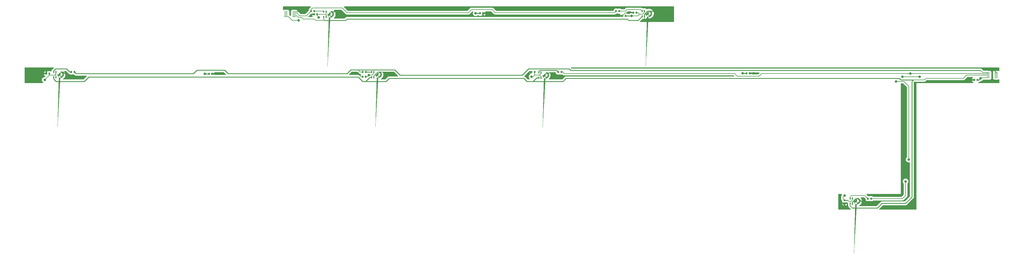
<source format=gbr>
%TF.GenerationSoftware,KiCad,Pcbnew,9.0.2*%
%TF.CreationDate,2025-07-02T00:40:17+02:00*%
%TF.ProjectId,flex_mems,666c6578-5f6d-4656-9d73-2e6b69636164,rev?*%
%TF.SameCoordinates,Original*%
%TF.FileFunction,Copper,L1,Top*%
%TF.FilePolarity,Positive*%
%FSLAX46Y46*%
G04 Gerber Fmt 4.6, Leading zero omitted, Abs format (unit mm)*
G04 Created by KiCad (PCBNEW 9.0.2) date 2025-07-02 00:40:17*
%MOMM*%
%LPD*%
G01*
G04 APERTURE LIST*
G04 Aperture macros list*
%AMRoundRect*
0 Rectangle with rounded corners*
0 $1 Rounding radius*
0 $2 $3 $4 $5 $6 $7 $8 $9 X,Y pos of 4 corners*
0 Add a 4 corners polygon primitive as box body*
4,1,4,$2,$3,$4,$5,$6,$7,$8,$9,$2,$3,0*
0 Add four circle primitives for the rounded corners*
1,1,$1+$1,$2,$3*
1,1,$1+$1,$4,$5*
1,1,$1+$1,$6,$7*
1,1,$1+$1,$8,$9*
0 Add four rect primitives between the rounded corners*
20,1,$1+$1,$2,$3,$4,$5,0*
20,1,$1+$1,$4,$5,$6,$7,0*
20,1,$1+$1,$6,$7,$8,$9,0*
20,1,$1+$1,$8,$9,$2,$3,0*%
%AMFreePoly0*
4,1,60,0.301896,0.185218,0.490253,0.107198,0.659769,-0.006069,0.803931,-0.150231,0.917198,-0.319747,0.995218,-0.508104,1.034992,-0.708062,1.034992,-0.911938,0.995218,-1.111896,0.917198,-1.300253,0.803931,-1.469769,0.659769,-1.613931,0.490253,-1.727198,0.301896,-1.805218,0.101938,-1.844992,-0.101938,-1.844992,-0.301896,-1.805218,-0.490253,-1.727198,-0.659769,-1.613931,-0.803931,-1.469769,
-0.917198,-1.300253,-0.995218,-1.111896,-1.034992,-0.911938,-1.034992,-0.733642,-0.580000,-0.733642,-0.580000,-0.886358,-0.540474,-1.033872,-0.464116,-1.166128,-0.356128,-1.274116,-0.223872,-1.350474,-0.076358,-1.390000,0.076358,-1.390000,0.223872,-1.350474,0.356128,-1.274116,0.464116,-1.166128,0.540474,-1.033872,0.580000,-0.886358,0.580000,-0.733642,0.540474,-0.586128,0.464116,-0.453872,
0.356128,-0.345884,0.223872,-0.269526,0.076358,-0.230000,-0.076358,-0.230000,-0.223872,-0.269526,-0.356128,-0.345884,-0.464116,-0.453872,-0.540474,-0.586128,-0.580000,-0.733642,-1.034992,-0.733642,-1.034992,-0.708062,-0.995218,-0.508104,-0.917198,-0.319747,-0.803931,-0.150231,-0.659769,-0.006069,-0.490253,0.107198,-0.301896,0.185218,-0.101938,0.224992,0.101938,0.224992,0.301896,0.185218,
0.301896,0.185218,$1*%
G04 Aperture macros list end*
%TA.AperFunction,SMDPad,CuDef*%
%ADD10RoundRect,0.140000X-0.140000X-0.170000X0.140000X-0.170000X0.140000X0.170000X-0.140000X0.170000X0*%
%TD*%
%TA.AperFunction,SMDPad,CuDef*%
%ADD11R,0.450000X0.700000*%
%TD*%
%TA.AperFunction,SMDPad,CuDef*%
%ADD12FreePoly0,0.000000*%
%TD*%
%TA.AperFunction,SMDPad,CuDef*%
%ADD13R,1.140000X0.200000*%
%TD*%
%TA.AperFunction,SMDPad,CuDef*%
%ADD14RoundRect,0.140000X0.170000X-0.140000X0.170000X0.140000X-0.170000X0.140000X-0.170000X-0.140000X0*%
%TD*%
%TA.AperFunction,SMDPad,CuDef*%
%ADD15RoundRect,0.140000X0.140000X0.170000X-0.140000X0.170000X-0.140000X-0.170000X0.140000X-0.170000X0*%
%TD*%
%TA.AperFunction,SMDPad,CuDef*%
%ADD16RoundRect,0.135000X-0.135000X-0.185000X0.135000X-0.185000X0.135000X0.185000X-0.135000X0.185000X0*%
%TD*%
%TA.AperFunction,SMDPad,CuDef*%
%ADD17RoundRect,0.135000X0.135000X0.185000X-0.135000X0.185000X-0.135000X-0.185000X0.135000X-0.185000X0*%
%TD*%
%TA.AperFunction,ViaPad*%
%ADD18C,0.800000*%
%TD*%
%TA.AperFunction,Conductor*%
%ADD19C,0.250000*%
%TD*%
%TA.AperFunction,Conductor*%
%ADD20C,0.200000*%
%TD*%
G04 APERTURE END LIST*
D10*
%TO.P,C11,1*%
%TO.N,+3V3L*%
X223020000Y-127200000D03*
%TO.P,C11,2*%
%TO.N,GNDL*%
X223980000Y-127200000D03*
%TD*%
%TO.P,C10,1*%
%TO.N,+3V3R*%
X136420000Y-146600000D03*
%TO.P,C10,2*%
%TO.N,GNDR*%
X137380000Y-146600000D03*
%TD*%
%TO.P,C9,1*%
%TO.N,+3V3R*%
X308220000Y-146400000D03*
%TO.P,C9,2*%
%TO.N,GNDR*%
X309180000Y-146400000D03*
%TD*%
D11*
%TO.P,MK5,1,DATA*%
%TO.N,Net-(MK5-DATA)*%
X173120000Y-126650000D03*
%TO.P,MK5,2,VDD*%
%TO.N,+3V3L*%
X173820000Y-126650000D03*
%TO.P,MK5,3,CLOCK*%
%TO.N,/MIC_CLK*%
X173120000Y-128350000D03*
%TO.P,MK5,4,SELECT*%
%TO.N,+3V3L*%
X173820000Y-128350000D03*
D12*
%TO.P,MK5,5,GND*%
%TO.N,GNDL*%
X175300000Y-126690000D03*
%TD*%
D13*
%TO.P,J2,1,1*%
%TO.N,+3V3L*%
X161000000Y-128300000D03*
%TO.P,J2,2,2*%
%TO.N,unconnected-(J2-Pad2)*%
X163640000Y-128300000D03*
%TO.P,J2,3,3*%
%TO.N,unconnected-(J2-Pad3)*%
X161000000Y-127900000D03*
%TO.P,J2,4,4*%
%TO.N,/MIC_CLK*%
X163640000Y-127900000D03*
%TO.P,J2,5,5*%
%TO.N,unconnected-(J2-Pad5)*%
X161000000Y-127500000D03*
%TO.P,J2,6,6*%
%TO.N,unconnected-(J2-Pad6)*%
X163640000Y-127500000D03*
%TO.P,J2,7,7*%
%TO.N,unconnected-(J2-Pad7)*%
X161000000Y-127100000D03*
%TO.P,J2,8,8*%
%TO.N,/MIC_DOUT_2*%
X163640000Y-127100000D03*
%TO.P,J2,9,9*%
%TO.N,unconnected-(J2-Pad9)*%
X161000000Y-126700000D03*
%TO.P,J2,10,10*%
%TO.N,GNDL*%
X163640000Y-126700000D03*
%TD*%
D14*
%TO.P,C4,1*%
%TO.N,GNDR*%
X339500000Y-187980000D03*
%TO.P,C4,2*%
%TO.N,+3V3R*%
X339500000Y-187020000D03*
%TD*%
D11*
%TO.P,MK3,1,DATA*%
%TO.N,Net-(MK3-DATA)*%
X241820000Y-146150000D03*
%TO.P,MK3,2,VDD*%
%TO.N,+3V3R*%
X242520000Y-146150000D03*
%TO.P,MK3,3,CLOCK*%
%TO.N,/MIC_CLK*%
X241820000Y-147850000D03*
%TO.P,MK3,4,SELECT*%
%TO.N,+3V3R*%
X242520000Y-147850000D03*
D12*
%TO.P,MK3,5,GND*%
%TO.N,GNDR*%
X244000000Y-146190000D03*
%TD*%
D15*
%TO.P,C8,1*%
%TO.N,+3V3R*%
X381960000Y-148500000D03*
%TO.P,C8,2*%
%TO.N,GNDR*%
X381000000Y-148500000D03*
%TD*%
D11*
%TO.P,MK2,1,DATA*%
%TO.N,Net-(MK2-DATA)*%
X188420000Y-145957000D03*
%TO.P,MK2,2,VDD*%
%TO.N,+3V3R*%
X189120000Y-145957000D03*
%TO.P,MK2,3,CLOCK*%
%TO.N,/MIC_CLK*%
X188420000Y-147657000D03*
%TO.P,MK2,4,SELECT*%
%TO.N,GNDR*%
X189120000Y-147657000D03*
D12*
%TO.P,MK2,5,GND*%
X190600000Y-145997000D03*
%TD*%
D11*
%TO.P,MK6,1,DATA*%
%TO.N,Net-(MK6-DATA)*%
X274820000Y-126460000D03*
%TO.P,MK6,2,VDD*%
%TO.N,+3V3L*%
X275520000Y-126460000D03*
%TO.P,MK6,3,CLOCK*%
%TO.N,/MIC_CLK*%
X274820000Y-128160000D03*
%TO.P,MK6,4,SELECT*%
%TO.N,GNDL*%
X275520000Y-128160000D03*
D12*
%TO.P,MK6,5,GND*%
X277000000Y-126500000D03*
%TD*%
D16*
%TO.P,R1,1*%
%TO.N,Net-(MK1-DATA)*%
X92380000Y-146000000D03*
%TO.P,R1,2*%
%TO.N,/MIC_DOUT_0*%
X93400000Y-146000000D03*
%TD*%
D11*
%TO.P,MK1,1,DATA*%
%TO.N,Net-(MK1-DATA)*%
X86810000Y-145957000D03*
%TO.P,MK1,2,VDD*%
%TO.N,+3V3R*%
X87510000Y-145957000D03*
%TO.P,MK1,3,CLOCK*%
%TO.N,/MIC_CLK*%
X86810000Y-147657000D03*
%TO.P,MK1,4,SELECT*%
%TO.N,+3V3R*%
X87510000Y-147657000D03*
D12*
%TO.P,MK1,5,GND*%
%TO.N,GNDR*%
X88990000Y-145997000D03*
%TD*%
D10*
%TO.P,C1,1*%
%TO.N,GNDR*%
X84430000Y-146500000D03*
%TO.P,C1,2*%
%TO.N,+3V3R*%
X85390000Y-146500000D03*
%TD*%
%TO.P,C6,1*%
%TO.N,GNDL*%
X272020000Y-127000000D03*
%TO.P,C6,2*%
%TO.N,+3V3L*%
X272980000Y-127000000D03*
%TD*%
D11*
%TO.P,MK4,1,DATA*%
%TO.N,Net-(MK4-DATA)*%
X341320000Y-186425000D03*
%TO.P,MK4,2,VDD*%
%TO.N,+3V3R*%
X342020000Y-186425000D03*
%TO.P,MK4,3,CLOCK*%
%TO.N,/MIC_CLK*%
X341320000Y-188125000D03*
%TO.P,MK4,4,SELECT*%
%TO.N,GNDR*%
X342020000Y-188125000D03*
D12*
%TO.P,MK4,5,GND*%
X343500000Y-186465000D03*
%TD*%
D17*
%TO.P,R6,1*%
%TO.N,Net-(MK6-DATA)*%
X267510000Y-126500000D03*
%TO.P,R6,2*%
%TO.N,/MIC_DOUT_2*%
X266490000Y-126500000D03*
%TD*%
%TO.P,R2,1*%
%TO.N,Net-(MK2-DATA)*%
X186510000Y-146000000D03*
%TO.P,R2,2*%
%TO.N,/MIC_DOUT_0*%
X185490000Y-146000000D03*
%TD*%
D16*
%TO.P,R3,1*%
%TO.N,Net-(MK3-DATA)*%
X247990000Y-146000000D03*
%TO.P,R3,2*%
%TO.N,/MIC_DOUT_1*%
X249010000Y-146000000D03*
%TD*%
D10*
%TO.P,C2,1*%
%TO.N,GNDR*%
X185540000Y-147500000D03*
%TO.P,C2,2*%
%TO.N,+3V3R*%
X186500000Y-147500000D03*
%TD*%
D15*
%TO.P,C7,1*%
%TO.N,+3V3L*%
X269480000Y-128000000D03*
%TO.P,C7,2*%
%TO.N,GNDL*%
X268520000Y-128000000D03*
%TD*%
D16*
%TO.P,R4,1*%
%TO.N,Net-(MK4-DATA)*%
X346990000Y-186500000D03*
%TO.P,R4,2*%
%TO.N,/MIC_DOUT_1*%
X348010000Y-186500000D03*
%TD*%
D10*
%TO.P,C5,1*%
%TO.N,GNDL*%
X170020000Y-127500000D03*
%TO.P,C5,2*%
%TO.N,+3V3L*%
X170980000Y-127500000D03*
%TD*%
D13*
%TO.P,J1,1,1*%
%TO.N,+3V3R*%
X385360000Y-147800000D03*
%TO.P,J1,2,2*%
%TO.N,unconnected-(J1-Pad2)*%
X388000000Y-147800000D03*
%TO.P,J1,3,3*%
%TO.N,unconnected-(J1-Pad3)*%
X385360000Y-147400000D03*
%TO.P,J1,4,4*%
%TO.N,unconnected-(J1-Pad4)*%
X388000000Y-147400000D03*
%TO.P,J1,5,5*%
%TO.N,/MIC_CLK*%
X385360000Y-147000000D03*
%TO.P,J1,6,6*%
%TO.N,unconnected-(J1-Pad6)*%
X388000000Y-147000000D03*
%TO.P,J1,7,7*%
%TO.N,/MIC_DOUT_1*%
X385360000Y-146600000D03*
%TO.P,J1,8,8*%
%TO.N,unconnected-(J1-Pad8)*%
X388000000Y-146600000D03*
%TO.P,J1,9,9*%
%TO.N,/MIC_DOUT_0*%
X385360000Y-146200000D03*
%TO.P,J1,10,10*%
%TO.N,GNDR*%
X388000000Y-146200000D03*
%TD*%
D10*
%TO.P,C3,1*%
%TO.N,GNDR*%
X239500000Y-146000000D03*
%TO.P,C3,2*%
%TO.N,+3V3R*%
X240460000Y-146000000D03*
%TD*%
D17*
%TO.P,R5,1*%
%TO.N,Net-(MK5-DATA)*%
X170020000Y-126500000D03*
%TO.P,R5,2*%
%TO.N,/MIC_DOUT_2*%
X169000000Y-126500000D03*
%TD*%
D18*
%TO.N,GNDR*%
X358100000Y-163200000D03*
%TO.N,+3V3L*%
X221600000Y-127200000D03*
%TO.N,GNDL*%
X225300000Y-127200000D03*
%TO.N,+3V3R*%
X135100000Y-146600000D03*
%TO.N,GNDR*%
X138900000Y-146600000D03*
%TO.N,+3V3R*%
X306900000Y-146400000D03*
%TO.N,GNDR*%
X310500000Y-146400000D03*
X238500000Y-146500000D03*
X82890000Y-146500000D03*
X91390000Y-147500000D03*
X379500000Y-148000000D03*
X246500000Y-146500000D03*
X194000000Y-146500000D03*
X184000000Y-146500000D03*
X347500000Y-188000000D03*
X384000000Y-145000000D03*
X338500000Y-189000000D03*
%TO.N,+3V3R*%
X339500000Y-185500000D03*
X356000000Y-149000000D03*
X363500000Y-147500000D03*
X187500000Y-147000000D03*
X83890000Y-148500000D03*
X383000000Y-148000000D03*
X239500000Y-147500000D03*
X360000000Y-174000000D03*
X358000000Y-147500000D03*
%TO.N,/MIC_DOUT_1*%
X359000000Y-181000000D03*
X360500000Y-146500000D03*
%TO.N,+3V3L*%
X165000000Y-129500000D03*
X271500000Y-128000000D03*
X171500000Y-128500000D03*
%TO.N,GNDL*%
X270500000Y-127000000D03*
X178500000Y-128000000D03*
X279500000Y-125500000D03*
X166500000Y-127000000D03*
X169000000Y-128000000D03*
%TD*%
D19*
%TO.N,+3V3L*%
X223020000Y-127200000D02*
X221600000Y-127200000D01*
%TO.N,GNDL*%
X223980000Y-127200000D02*
X225300000Y-127200000D01*
D20*
%TO.N,/MIC_DOUT_2*%
X266000000Y-126990000D02*
X266490000Y-126500000D01*
X266000000Y-127000000D02*
X266000000Y-126990000D01*
X227900000Y-127000000D02*
X266000000Y-127000000D01*
X179000000Y-125500000D02*
X180500000Y-127000000D01*
X220300000Y-126000000D02*
X226900000Y-126000000D01*
X169500000Y-125500000D02*
X179000000Y-125500000D01*
X219300000Y-127000000D02*
X220300000Y-126000000D01*
X226900000Y-126000000D02*
X227900000Y-127000000D01*
X169000000Y-126000000D02*
X169500000Y-125500000D01*
X180500000Y-127000000D02*
X219300000Y-127000000D01*
X169000000Y-126500000D02*
X169000000Y-126000000D01*
D19*
%TO.N,+3V3R*%
X135100000Y-146600000D02*
X135000000Y-146600000D01*
X136420000Y-146600000D02*
X135100000Y-146600000D01*
%TO.N,GNDR*%
X137380000Y-146600000D02*
X138900000Y-146600000D01*
%TO.N,/MIC_DOUT_0*%
X181718000Y-145282000D02*
X184000000Y-145282000D01*
X180500000Y-146500000D02*
X181718000Y-145282000D01*
X141400000Y-145400000D02*
X142500000Y-146500000D01*
X132500000Y-145400000D02*
X141400000Y-145400000D01*
X142500000Y-146500000D02*
X180500000Y-146500000D01*
X131400000Y-146500000D02*
X132500000Y-145400000D01*
X93900000Y-146500000D02*
X131400000Y-146500000D01*
X93400000Y-146000000D02*
X93900000Y-146500000D01*
%TO.N,+3V3R*%
X308220000Y-146400000D02*
X306900000Y-146400000D01*
%TO.N,GNDR*%
X309180000Y-146400000D02*
X310500000Y-146400000D01*
D20*
%TO.N,/MIC_DOUT_1*%
X305200000Y-147300000D02*
X312200000Y-147300000D01*
X304400000Y-146500000D02*
X305200000Y-147300000D01*
X312200000Y-147300000D02*
X313000000Y-146500000D01*
X313000000Y-146500000D02*
X360500000Y-146500000D01*
X250000000Y-146500000D02*
X304400000Y-146500000D01*
X249500000Y-146000000D02*
X250000000Y-146500000D01*
X249010000Y-146000000D02*
X249500000Y-146000000D01*
D19*
%TO.N,GNDR*%
X343965000Y-186465000D02*
X343500000Y-186465000D01*
X239000000Y-146500000D02*
X239500000Y-146000000D01*
X238500000Y-146500000D02*
X239000000Y-146500000D01*
X246500000Y-146500000D02*
X246000000Y-146500000D01*
X342020000Y-187658984D02*
X342020000Y-188125000D01*
D20*
X339500000Y-187980000D02*
X339500000Y-188000000D01*
X82890000Y-146500000D02*
X84430000Y-146500000D01*
X185000000Y-147500000D02*
X184500000Y-147000000D01*
X339500000Y-188000000D02*
X338500000Y-189000000D01*
X184500000Y-147000000D02*
X184000000Y-146500000D01*
D19*
X345500000Y-188000000D02*
X343965000Y-186465000D01*
X384000000Y-145000000D02*
X386826000Y-145000000D01*
D20*
X190600000Y-145997000D02*
X190349340Y-145997000D01*
D19*
X89887000Y-145997000D02*
X88990000Y-145997000D01*
X381000000Y-148500000D02*
X380000000Y-148500000D01*
D20*
X192497000Y-145997000D02*
X193000000Y-146500000D01*
X185540000Y-147500000D02*
X185000000Y-147500000D01*
D19*
X380000000Y-148500000D02*
X379500000Y-148000000D01*
D20*
X193000000Y-146500000D02*
X194000000Y-146500000D01*
X190600000Y-145997000D02*
X192497000Y-145997000D01*
D19*
X386826000Y-145000000D02*
X388000000Y-146174000D01*
X347500000Y-188000000D02*
X345500000Y-188000000D01*
X91390000Y-147500000D02*
X89887000Y-145997000D01*
X246000000Y-146500000D02*
X245690000Y-146190000D01*
D20*
X190349340Y-145997000D02*
X189120000Y-147226340D01*
D19*
X343213984Y-186465000D02*
X342020000Y-187658984D01*
D20*
X189120000Y-147226340D02*
X189120000Y-147657000D01*
D19*
X245690000Y-146190000D02*
X244000000Y-146190000D01*
X343500000Y-186465000D02*
X343213984Y-186465000D01*
D20*
%TO.N,+3V3R*%
X356000000Y-149000000D02*
X358500000Y-149000000D01*
X187000000Y-147500000D02*
X186500000Y-147500000D01*
X242520000Y-146150000D02*
X242520000Y-146480000D01*
X358000000Y-147500000D02*
X363500000Y-147500000D01*
X240500000Y-147000000D02*
X240460000Y-146960000D01*
D19*
X381960000Y-148500000D02*
X382500000Y-148500000D01*
D20*
X189120000Y-145957000D02*
X189120000Y-146380000D01*
X239500000Y-147500000D02*
X240000000Y-147500000D01*
X242520000Y-147520000D02*
X242000000Y-147000000D01*
X187500000Y-147000000D02*
X187000000Y-147500000D01*
X359500000Y-150000000D02*
X360000000Y-150500000D01*
X360000000Y-150500000D02*
X360000000Y-174000000D01*
X189120000Y-146380000D02*
X188500000Y-147000000D01*
X87510000Y-146507000D02*
X87017000Y-147000000D01*
X188500000Y-147000000D02*
X187500000Y-147000000D01*
X87510000Y-145957000D02*
X87510000Y-146507000D01*
X339000000Y-186500000D02*
X339500000Y-187000000D01*
X339000000Y-186000000D02*
X339000000Y-186500000D01*
X383200000Y-147800000D02*
X385360000Y-147800000D01*
X85390000Y-147000000D02*
X83890000Y-148500000D01*
X87017000Y-147000000D02*
X85390000Y-147000000D01*
X358500000Y-149000000D02*
X359500000Y-150000000D01*
X85390000Y-147000000D02*
X85390000Y-146480000D01*
X341000000Y-187475000D02*
X340545000Y-187020000D01*
D19*
X382500000Y-148500000D02*
X383000000Y-148000000D01*
D20*
X339500000Y-187000000D02*
X339500000Y-187020000D01*
D19*
X340545000Y-187020000D02*
X339500000Y-187020000D01*
D20*
X242520000Y-146480000D02*
X242000000Y-147000000D01*
X341525000Y-187475000D02*
X341000000Y-187475000D01*
X339500000Y-185500000D02*
X339000000Y-186000000D01*
X240460000Y-146960000D02*
X240460000Y-146000000D01*
X342020000Y-186425000D02*
X342020000Y-186980000D01*
X87510000Y-145957000D02*
X87510000Y-147657000D01*
X242000000Y-147000000D02*
X240500000Y-147000000D01*
X342020000Y-186980000D02*
X341525000Y-187475000D01*
X240000000Y-147500000D02*
X240500000Y-147000000D01*
X242520000Y-147850000D02*
X242520000Y-147520000D01*
X383000000Y-148000000D02*
X383200000Y-147800000D01*
D19*
%TO.N,/MIC_DOUT_0*%
X236500000Y-147000000D02*
X238500000Y-145000000D01*
X252000000Y-145500000D02*
X383000000Y-145500000D01*
D20*
X185490000Y-146000000D02*
X184718000Y-146000000D01*
X383000000Y-145500000D02*
X383674000Y-146174000D01*
D19*
X251500000Y-145000000D02*
X252000000Y-145500000D01*
X238500000Y-145000000D02*
X251500000Y-145000000D01*
D20*
X383674000Y-146174000D02*
X385360000Y-146174000D01*
D19*
X197500000Y-147000000D02*
X236500000Y-147000000D01*
X195782000Y-145282000D02*
X197500000Y-147000000D01*
X184000000Y-145282000D02*
X195782000Y-145282000D01*
D20*
X184718000Y-146000000D02*
X184000000Y-145282000D01*
%TO.N,/MIC_DOUT_2*%
X169000000Y-126500000D02*
X167500000Y-128000000D01*
X165410000Y-128000000D02*
X165399000Y-128000000D01*
X163640000Y-127100000D02*
X164510000Y-127100000D01*
X165399000Y-128000000D02*
X164500000Y-127101000D01*
X164511000Y-127101000D02*
X164500000Y-127101000D01*
X165410000Y-128000000D02*
X167500000Y-128000000D01*
X164511000Y-127101000D02*
X165410000Y-128000000D01*
%TO.N,/MIC_DOUT_1*%
X383497546Y-146600000D02*
X383397545Y-146500000D01*
X359000000Y-185500000D02*
X358000000Y-186500000D01*
X383397545Y-146500000D02*
X383496546Y-146599000D01*
X385360000Y-146600000D02*
X383497546Y-146600000D01*
X359000000Y-181000000D02*
X359000000Y-185500000D01*
X358000000Y-186500000D02*
X348010000Y-186500000D01*
X360500000Y-146500000D02*
X383397545Y-146500000D01*
D19*
%TO.N,/MIC_CLK*%
X194000000Y-148000000D02*
X236000000Y-148000000D01*
X351500000Y-188000000D02*
X350000000Y-189500000D01*
X240000000Y-149000000D02*
X239500000Y-149000000D01*
X241820000Y-147850000D02*
X241150000Y-147850000D01*
D20*
X170500000Y-129500000D02*
X170000000Y-129000000D01*
D19*
X249500000Y-149000000D02*
X250500000Y-148000000D01*
X357500000Y-148500000D02*
X361500000Y-148500000D01*
X237000000Y-148000000D02*
X236000000Y-148000000D01*
X354500000Y-148000000D02*
X357000000Y-148000000D01*
X270500000Y-129500000D02*
X273480000Y-129500000D01*
D20*
X173120000Y-128350000D02*
X173120000Y-129120000D01*
D19*
X252000000Y-148000000D02*
X354500000Y-148000000D01*
X250500000Y-148000000D02*
X252000000Y-148000000D01*
D20*
X165000000Y-128500000D02*
X166000000Y-128500000D01*
D19*
X361000000Y-186000000D02*
X359000000Y-188000000D01*
D20*
X164400000Y-127900000D02*
X163640000Y-127900000D01*
X173500000Y-129500000D02*
X170500000Y-129500000D01*
D19*
X173500000Y-129500000D02*
X180000000Y-129500000D01*
X238000000Y-149000000D02*
X237000000Y-148000000D01*
X96520000Y-149000000D02*
X97955000Y-147565000D01*
D20*
X173120000Y-129120000D02*
X173500000Y-129500000D01*
D19*
X97955000Y-147565000D02*
X184065000Y-147565000D01*
D20*
X365500000Y-148000000D02*
X365000000Y-148500000D01*
D19*
X350000000Y-189500000D02*
X342500000Y-189500000D01*
D20*
X378500000Y-147000000D02*
X377500000Y-148000000D01*
D19*
X273480000Y-129500000D02*
X274820000Y-128160000D01*
D20*
X341320000Y-188820000D02*
X342000000Y-189500000D01*
X385360000Y-147000000D02*
X378500000Y-147000000D01*
D19*
X185500000Y-149000000D02*
X186500000Y-149000000D01*
X187843000Y-147657000D02*
X186500000Y-149000000D01*
X361500000Y-148500000D02*
X361000000Y-149000000D01*
X359000000Y-188000000D02*
X351500000Y-188000000D01*
D20*
X341320000Y-188125000D02*
X341320000Y-188820000D01*
D19*
X184065000Y-147565000D02*
X185500000Y-149000000D01*
X86810000Y-147657000D02*
X86810000Y-148257000D01*
X361000000Y-149000000D02*
X361000000Y-155500000D01*
X87553000Y-149000000D02*
X96520000Y-149000000D01*
X249500000Y-149000000D02*
X240000000Y-149000000D01*
X180000000Y-129500000D02*
X180500000Y-129000000D01*
X180500000Y-129000000D02*
X270000000Y-129000000D01*
X270000000Y-129000000D02*
X270500000Y-129500000D01*
X193000000Y-149000000D02*
X194000000Y-148000000D01*
D20*
X166500000Y-129000000D02*
X166000000Y-128500000D01*
D19*
X357000000Y-148000000D02*
X357500000Y-148500000D01*
X239500000Y-149000000D02*
X238000000Y-149000000D01*
D20*
X170000000Y-129000000D02*
X166500000Y-129000000D01*
D19*
X241150000Y-147850000D02*
X240000000Y-149000000D01*
D20*
X377500000Y-148000000D02*
X365500000Y-148000000D01*
X365000000Y-148500000D02*
X361500000Y-148500000D01*
D19*
X186500000Y-149000000D02*
X193000000Y-149000000D01*
X188420000Y-147657000D02*
X187843000Y-147657000D01*
X361000000Y-155500000D02*
X361000000Y-186000000D01*
D20*
X164400000Y-127900000D02*
X165000000Y-128500000D01*
D19*
X342500000Y-189500000D02*
X342000000Y-189500000D01*
X86810000Y-148257000D02*
X87553000Y-149000000D01*
%TO.N,Net-(MK1-DATA)*%
X86810000Y-145957000D02*
X86810000Y-145580000D01*
X91890000Y-146000000D02*
X90890000Y-145000000D01*
X92380000Y-146000000D02*
X91890000Y-146000000D01*
X92380000Y-146000000D02*
X92390000Y-146000000D01*
X86810000Y-145580000D02*
X87390000Y-145000000D01*
X87390000Y-145000000D02*
X90890000Y-145000000D01*
D20*
%TO.N,Net-(MK2-DATA)*%
X186510000Y-146000000D02*
X186553000Y-145957000D01*
D19*
X188420000Y-145957000D02*
X186553000Y-145957000D01*
%TO.N,Net-(MK3-DATA)*%
X241820000Y-146150000D02*
X241820000Y-145680000D01*
X242025000Y-145475000D02*
X247465000Y-145475000D01*
X241820000Y-145680000D02*
X242025000Y-145475000D01*
X247465000Y-145475000D02*
X247990000Y-146000000D01*
D20*
%TO.N,Net-(MK4-DATA)*%
X341695000Y-185500000D02*
X345990000Y-185500000D01*
X341320000Y-185875000D02*
X341695000Y-185500000D01*
X341320000Y-186425000D02*
X341320000Y-185875000D01*
X345990000Y-185500000D02*
X346990000Y-186500000D01*
%TO.N,Net-(MK5-DATA)*%
X170020000Y-126500000D02*
X171500000Y-126500000D01*
X171500000Y-126500000D02*
X172970000Y-126500000D01*
X172970000Y-126500000D02*
X173120000Y-126650000D01*
%TO.N,Net-(MK6-DATA)*%
X267510000Y-126500000D02*
X269500000Y-126500000D01*
X270000000Y-126000000D02*
X274360000Y-126000000D01*
X269500000Y-126500000D02*
X270000000Y-126000000D01*
X274360000Y-126000000D02*
X274820000Y-126460000D01*
%TO.N,+3V3L*%
X274965000Y-127490000D02*
X274000000Y-127490000D01*
X170980000Y-127500000D02*
X170980000Y-127980000D01*
X275520000Y-126460000D02*
X275520000Y-126935000D01*
X275520000Y-126935000D02*
X274965000Y-127490000D01*
X173520000Y-127500000D02*
X173820000Y-127800000D01*
D19*
X269480000Y-128000000D02*
X271500000Y-128000000D01*
D20*
X273490000Y-128000000D02*
X274000000Y-127490000D01*
X173820000Y-127800000D02*
X173820000Y-128350000D01*
X273510000Y-127000000D02*
X274000000Y-127490000D01*
X170980000Y-127500000D02*
X173520000Y-127500000D01*
X161800000Y-128300000D02*
X163000000Y-129500000D01*
X161000000Y-128300000D02*
X161800000Y-128300000D01*
X163000000Y-129500000D02*
X165000000Y-129500000D01*
X272980000Y-127000000D02*
X273510000Y-127000000D01*
X170980000Y-127980000D02*
X171500000Y-128500000D01*
X271500000Y-128000000D02*
X273490000Y-128000000D01*
X173820000Y-128350000D02*
X173820000Y-126650000D01*
%TO.N,GNDL*%
X166500000Y-127000000D02*
X166175000Y-126675000D01*
D19*
X275520000Y-128160000D02*
X275520000Y-127560000D01*
X275520000Y-127560000D02*
X276560000Y-126520000D01*
X279000000Y-126520000D02*
X278000000Y-126520000D01*
X277020000Y-126520000D02*
X277000000Y-126500000D01*
X177190000Y-126690000D02*
X175300000Y-126690000D01*
D20*
X268520000Y-127987096D02*
X269507096Y-127000000D01*
D19*
X278000000Y-126520000D02*
X277020000Y-126520000D01*
X279500000Y-126020000D02*
X279000000Y-126520000D01*
X270500000Y-127000000D02*
X272020000Y-127000000D01*
X276560000Y-126520000D02*
X278000000Y-126520000D01*
X279500000Y-125500000D02*
X279500000Y-126020000D01*
D20*
X163640000Y-126700000D02*
X166200000Y-126700000D01*
X166200000Y-126700000D02*
X166500000Y-127000000D01*
X269507096Y-127000000D02*
X270500000Y-127000000D01*
X169500000Y-127500000D02*
X169000000Y-128000000D01*
D19*
X178500000Y-128000000D02*
X177190000Y-126690000D01*
X268520000Y-128000000D02*
X268520000Y-127987096D01*
D20*
X170020000Y-127500000D02*
X169500000Y-127500000D01*
%TD*%
%TA.AperFunction,Conductor*%
%TO.N,GNDR*%
G36*
X338609524Y-185030185D02*
G01*
X338655279Y-185082989D01*
X338665223Y-185152147D01*
X338657046Y-185181952D01*
X338634106Y-185237332D01*
X338634103Y-185237341D01*
X338599500Y-185411304D01*
X338599500Y-185499902D01*
X338579815Y-185566941D01*
X338575775Y-185572847D01*
X338570057Y-185580706D01*
X338519480Y-185631284D01*
X338469730Y-185717454D01*
X338440423Y-185768215D01*
X338399499Y-185920943D01*
X338399499Y-185920945D01*
X338399499Y-186089046D01*
X338399500Y-186089059D01*
X338399500Y-186413330D01*
X338399499Y-186413348D01*
X338399499Y-186579054D01*
X338399498Y-186579054D01*
X338440423Y-186731785D01*
X338449909Y-186748215D01*
X338519477Y-186868712D01*
X338519481Y-186868717D01*
X338653181Y-187002417D01*
X338665120Y-187024282D01*
X338686666Y-187063737D01*
X338689500Y-187090098D01*
X338689500Y-187224697D01*
X338692356Y-187260991D01*
X338692357Y-187260997D01*
X338737504Y-187416390D01*
X338737507Y-187416397D01*
X338749910Y-187437370D01*
X338767093Y-187505094D01*
X338749912Y-187563608D01*
X338737968Y-187583804D01*
X338695496Y-187730000D01*
X339001648Y-187730000D01*
X339064766Y-187747267D01*
X339073605Y-187752494D01*
X339073608Y-187752494D01*
X339073610Y-187752496D01*
X339229002Y-187797642D01*
X339229005Y-187797642D01*
X339229007Y-187797643D01*
X339265310Y-187800500D01*
X339265318Y-187800500D01*
X339734682Y-187800500D01*
X339734690Y-187800500D01*
X339770993Y-187797643D01*
X339770995Y-187797642D01*
X339770997Y-187797642D01*
X339926389Y-187752496D01*
X339926389Y-187752495D01*
X339926395Y-187752494D01*
X339935233Y-187747267D01*
X339998352Y-187730000D01*
X340354403Y-187730000D01*
X340383843Y-187738644D01*
X340413830Y-187745168D01*
X340418845Y-187748922D01*
X340421442Y-187749685D01*
X340442084Y-187766319D01*
X340515139Y-187839374D01*
X340515160Y-187839397D01*
X340558180Y-187882416D01*
X340591666Y-187943738D01*
X340594500Y-187970098D01*
X340594500Y-188522870D01*
X340594501Y-188522876D01*
X340600908Y-188582483D01*
X340651202Y-188717328D01*
X340651203Y-188717330D01*
X340694766Y-188775522D01*
X340719183Y-188840986D01*
X340719499Y-188849833D01*
X340719499Y-188899054D01*
X340719498Y-188899054D01*
X340760423Y-189051784D01*
X340760424Y-189051788D01*
X340788991Y-189101268D01*
X340788992Y-189101268D01*
X340839477Y-189188712D01*
X340839481Y-189188717D01*
X340958349Y-189307585D01*
X340958355Y-189307590D01*
X341428584Y-189777819D01*
X341462069Y-189839142D01*
X341457085Y-189908834D01*
X341415213Y-189964767D01*
X341349749Y-189989184D01*
X341340903Y-189989500D01*
X337634500Y-189989500D01*
X337567461Y-189969815D01*
X337521706Y-189917011D01*
X337510500Y-189865500D01*
X337510500Y-188230000D01*
X338695496Y-188230000D01*
X338737968Y-188376195D01*
X338820278Y-188515374D01*
X338820285Y-188515383D01*
X338934616Y-188629714D01*
X338934625Y-188629721D01*
X339073804Y-188712031D01*
X339229089Y-188757145D01*
X339250000Y-188758789D01*
X339750000Y-188758789D01*
X339770910Y-188757145D01*
X339926195Y-188712031D01*
X340065374Y-188629721D01*
X340065383Y-188629714D01*
X340179714Y-188515383D01*
X340179721Y-188515374D01*
X340262031Y-188376195D01*
X340304504Y-188230000D01*
X339750000Y-188230000D01*
X339750000Y-188758789D01*
X339250000Y-188758789D01*
X339250000Y-188230000D01*
X338695496Y-188230000D01*
X337510500Y-188230000D01*
X337510500Y-185134500D01*
X337530185Y-185067461D01*
X337582989Y-185021706D01*
X337634500Y-185010500D01*
X338542485Y-185010500D01*
X338609524Y-185030185D01*
G37*
%TD.AperFunction*%
%TA.AperFunction,Conductor*%
G36*
X380414250Y-147608858D02*
G01*
X380443341Y-147614666D01*
X380447405Y-147618593D01*
X380452826Y-147620185D01*
X380472247Y-147642598D01*
X380493585Y-147663217D01*
X380494880Y-147668718D01*
X380498581Y-147672989D01*
X380502803Y-147702352D01*
X380509604Y-147731226D01*
X380507720Y-147736552D01*
X380508525Y-147742147D01*
X380496201Y-147769131D01*
X380486313Y-147797099D01*
X380480845Y-147802756D01*
X380479500Y-147805703D01*
X380470038Y-147814664D01*
X380470138Y-147814764D01*
X380350285Y-147934616D01*
X380350278Y-147934625D01*
X380267968Y-148073804D01*
X380267966Y-148073809D01*
X380222855Y-148229081D01*
X380222854Y-148229087D01*
X380221209Y-148249999D01*
X380221210Y-148250000D01*
X380876000Y-148250000D01*
X380943039Y-148269685D01*
X380988794Y-148322489D01*
X381000000Y-148374000D01*
X381000000Y-148626000D01*
X380980315Y-148693039D01*
X380927511Y-148738794D01*
X380876000Y-148750000D01*
X380221210Y-148750000D01*
X380222854Y-148770910D01*
X380267968Y-148926195D01*
X380350278Y-149065374D01*
X380350285Y-149065383D01*
X380464616Y-149179714D01*
X380464625Y-149179721D01*
X380598286Y-149258768D01*
X380645970Y-149309837D01*
X380658473Y-149378579D01*
X380631828Y-149443168D01*
X380574492Y-149483098D01*
X380535165Y-149489500D01*
X362495650Y-149489500D01*
X362489500Y-149495650D01*
X362489500Y-189865500D01*
X362469815Y-189932539D01*
X362417011Y-189978294D01*
X362365500Y-189989500D01*
X350694451Y-189989500D01*
X350627412Y-189969815D01*
X350581657Y-189917011D01*
X350571713Y-189847853D01*
X350600738Y-189784297D01*
X350606770Y-189777819D01*
X351722772Y-188661819D01*
X351784095Y-188628334D01*
X351810453Y-188625500D01*
X359061607Y-188625500D01*
X359122029Y-188613481D01*
X359182452Y-188601463D01*
X359215792Y-188587652D01*
X359296286Y-188554312D01*
X359347509Y-188520084D01*
X359398733Y-188485858D01*
X359485858Y-188398733D01*
X359485859Y-188398731D01*
X359492925Y-188391665D01*
X359492928Y-188391661D01*
X361398729Y-186485860D01*
X361398733Y-186485858D01*
X361485858Y-186398733D01*
X361521131Y-186345943D01*
X361554312Y-186296286D01*
X361601463Y-186182451D01*
X361625500Y-186061607D01*
X361625500Y-185938393D01*
X361625500Y-155438394D01*
X361625500Y-149310452D01*
X361634144Y-149281011D01*
X361640668Y-149251025D01*
X361644422Y-149246009D01*
X361645185Y-149243413D01*
X361661819Y-149222771D01*
X361747771Y-149136819D01*
X361809094Y-149103334D01*
X361835452Y-149100500D01*
X364913331Y-149100500D01*
X364913347Y-149100501D01*
X364920943Y-149100501D01*
X365079054Y-149100501D01*
X365079057Y-149100501D01*
X365231785Y-149059577D01*
X365281904Y-149030639D01*
X365368716Y-148980520D01*
X365480520Y-148868716D01*
X365480521Y-148868714D01*
X365712418Y-148636816D01*
X365773740Y-148603334D01*
X365800098Y-148600500D01*
X377413331Y-148600500D01*
X377413347Y-148600501D01*
X377420943Y-148600501D01*
X377579054Y-148600501D01*
X377579057Y-148600501D01*
X377731785Y-148559577D01*
X377801233Y-148519481D01*
X377868716Y-148480520D01*
X377980520Y-148368716D01*
X377980520Y-148368714D01*
X377990724Y-148358511D01*
X377990727Y-148358506D01*
X378712417Y-147636819D01*
X378773740Y-147603334D01*
X378800098Y-147600500D01*
X380385787Y-147600500D01*
X380414250Y-147608858D01*
G37*
%TD.AperFunction*%
%TA.AperFunction,Conductor*%
G36*
X358266942Y-149620185D02*
G01*
X358287584Y-149636819D01*
X359131284Y-150480520D01*
X359131285Y-150480521D01*
X359363181Y-150712416D01*
X359396666Y-150773739D01*
X359399500Y-150800097D01*
X359399500Y-173275638D01*
X359379815Y-173342677D01*
X359363181Y-173363319D01*
X359300538Y-173425961D01*
X359300535Y-173425965D01*
X359201990Y-173573446D01*
X359201983Y-173573459D01*
X359134106Y-173737332D01*
X359134103Y-173737341D01*
X359099500Y-173911304D01*
X359099500Y-174088695D01*
X359134103Y-174262658D01*
X359134106Y-174262667D01*
X359201983Y-174426540D01*
X359201990Y-174426553D01*
X359300535Y-174574034D01*
X359300538Y-174574038D01*
X359425961Y-174699461D01*
X359425965Y-174699464D01*
X359573446Y-174798009D01*
X359573459Y-174798016D01*
X359696363Y-174848923D01*
X359737334Y-174865894D01*
X359737336Y-174865894D01*
X359737341Y-174865896D01*
X359911304Y-174900499D01*
X359911307Y-174900500D01*
X359911309Y-174900500D01*
X360088693Y-174900500D01*
X360198221Y-174878712D01*
X360226308Y-174873126D01*
X360295900Y-174879353D01*
X360351077Y-174922216D01*
X360374322Y-174988105D01*
X360374500Y-174994743D01*
X360374500Y-185689548D01*
X360354815Y-185756587D01*
X360338181Y-185777229D01*
X358777229Y-187338181D01*
X358715906Y-187371666D01*
X358689548Y-187374500D01*
X351438389Y-187374500D01*
X351377971Y-187386518D01*
X351334743Y-187395116D01*
X351317546Y-187398537D01*
X351203716Y-187445687D01*
X351101265Y-187514142D01*
X351101262Y-187514145D01*
X349777229Y-188838181D01*
X349715906Y-188871666D01*
X349689548Y-188874500D01*
X344285591Y-188874500D01*
X344218552Y-188854815D01*
X344172797Y-188802011D01*
X344162853Y-188732853D01*
X344191878Y-188669297D01*
X344227139Y-188641141D01*
X344273185Y-188616529D01*
X344443529Y-188502709D01*
X344520055Y-188439905D01*
X344664905Y-188295055D01*
X344727709Y-188218529D01*
X344841529Y-188048185D01*
X344888194Y-187960879D01*
X344888197Y-187960872D01*
X344966591Y-187771612D01*
X344995329Y-187676874D01*
X345035293Y-187475964D01*
X345035295Y-187475952D01*
X345045000Y-187377426D01*
X345045000Y-187172573D01*
X345035295Y-187074047D01*
X345035293Y-187074035D01*
X344995329Y-186873125D01*
X344966591Y-186778387D01*
X344888197Y-186589127D01*
X344888194Y-186589120D01*
X344841529Y-186501814D01*
X344727709Y-186331470D01*
X344704480Y-186303166D01*
X344677166Y-186238857D01*
X344688956Y-186169989D01*
X344736108Y-186118428D01*
X344800332Y-186100500D01*
X345689903Y-186100500D01*
X345756942Y-186120185D01*
X345777584Y-186136819D01*
X346183181Y-186542417D01*
X346216666Y-186603740D01*
X346219500Y-186630097D01*
X346219500Y-186749168D01*
X346219501Y-186749192D01*
X346222335Y-186785205D01*
X346267129Y-186939388D01*
X346267131Y-186939393D01*
X346348863Y-187077595D01*
X346348869Y-187077603D01*
X346462396Y-187191130D01*
X346462400Y-187191133D01*
X346462402Y-187191135D01*
X346600607Y-187272869D01*
X346600614Y-187272871D01*
X346754791Y-187317664D01*
X346754794Y-187317664D01*
X346754796Y-187317665D01*
X346790819Y-187320500D01*
X347189180Y-187320499D01*
X347225204Y-187317665D01*
X347379393Y-187272869D01*
X347436882Y-187238869D01*
X347504602Y-187221688D01*
X347563117Y-187238869D01*
X347620607Y-187272869D01*
X347620610Y-187272869D01*
X347620612Y-187272871D01*
X347774791Y-187317664D01*
X347774794Y-187317664D01*
X347774796Y-187317665D01*
X347810819Y-187320500D01*
X348209180Y-187320499D01*
X348245204Y-187317665D01*
X348399393Y-187272869D01*
X348537598Y-187191135D01*
X348591915Y-187136817D01*
X348653236Y-187103334D01*
X348679595Y-187100500D01*
X357913331Y-187100500D01*
X357913347Y-187100501D01*
X357920943Y-187100501D01*
X358079054Y-187100501D01*
X358079057Y-187100501D01*
X358231785Y-187059577D01*
X358281904Y-187030639D01*
X358368716Y-186980520D01*
X358480520Y-186868716D01*
X358480520Y-186868714D01*
X358490728Y-186858507D01*
X358490729Y-186858504D01*
X359480520Y-185868716D01*
X359559577Y-185731784D01*
X359600501Y-185579057D01*
X359600501Y-185420942D01*
X359600501Y-185413347D01*
X359600500Y-185413329D01*
X359600500Y-181724361D01*
X359620185Y-181657322D01*
X359636814Y-181636684D01*
X359699464Y-181574035D01*
X359798013Y-181426547D01*
X359865894Y-181262666D01*
X359900500Y-181088691D01*
X359900500Y-180911309D01*
X359900500Y-180911306D01*
X359900499Y-180911304D01*
X359865896Y-180737341D01*
X359865893Y-180737332D01*
X359798016Y-180573459D01*
X359798009Y-180573446D01*
X359699464Y-180425965D01*
X359699461Y-180425961D01*
X359574038Y-180300538D01*
X359574034Y-180300535D01*
X359426553Y-180201990D01*
X359426540Y-180201983D01*
X359262667Y-180134106D01*
X359262658Y-180134103D01*
X359088694Y-180099500D01*
X359088691Y-180099500D01*
X358911309Y-180099500D01*
X358911306Y-180099500D01*
X358737341Y-180134103D01*
X358737332Y-180134106D01*
X358573459Y-180201983D01*
X358573446Y-180201990D01*
X358425965Y-180300535D01*
X358425961Y-180300538D01*
X358300538Y-180425961D01*
X358300535Y-180425965D01*
X358201990Y-180573446D01*
X358201983Y-180573459D01*
X358134106Y-180737332D01*
X358134103Y-180737341D01*
X358099500Y-180911304D01*
X358099500Y-181088695D01*
X358134103Y-181262658D01*
X358134106Y-181262667D01*
X358201983Y-181426540D01*
X358201990Y-181426553D01*
X358300534Y-181574033D01*
X358300535Y-181574034D01*
X358300536Y-181574035D01*
X358363182Y-181636681D01*
X358396666Y-181698002D01*
X358399500Y-181724361D01*
X358399500Y-185199902D01*
X358379815Y-185266941D01*
X358363181Y-185287583D01*
X357787584Y-185863181D01*
X357726261Y-185896666D01*
X357699903Y-185899500D01*
X348679595Y-185899500D01*
X348612556Y-185879815D01*
X348591918Y-185863185D01*
X348537598Y-185808865D01*
X348485930Y-185778309D01*
X348399393Y-185727131D01*
X348399388Y-185727129D01*
X348245208Y-185682335D01*
X348245202Y-185682334D01*
X348209181Y-185679500D01*
X347810830Y-185679500D01*
X347810808Y-185679501D01*
X347774794Y-185682335D01*
X347620611Y-185727129D01*
X347620604Y-185727132D01*
X347563119Y-185761128D01*
X347495395Y-185778309D01*
X347436881Y-185761128D01*
X347379395Y-185727132D01*
X347379388Y-185727129D01*
X347225208Y-185682335D01*
X347225202Y-185682334D01*
X347189188Y-185679500D01*
X347189181Y-185679500D01*
X347070098Y-185679500D01*
X347003059Y-185659815D01*
X346982417Y-185643181D01*
X346839138Y-185499902D01*
X346561415Y-185222180D01*
X346527931Y-185160858D01*
X346532915Y-185091167D01*
X346574786Y-185035233D01*
X346640251Y-185010816D01*
X346649097Y-185010500D01*
X357504349Y-185010500D01*
X357510500Y-185004349D01*
X357510500Y-149995651D01*
X357510500Y-149724500D01*
X357530185Y-149657461D01*
X357582989Y-149611706D01*
X357634500Y-149600500D01*
X358199903Y-149600500D01*
X358266942Y-149620185D01*
G37*
%TD.AperFunction*%
%TA.AperFunction,Conductor*%
G36*
X86762586Y-144530185D02*
G01*
X86808341Y-144582989D01*
X86818285Y-144652147D01*
X86789260Y-144715703D01*
X86783228Y-144722181D01*
X86411270Y-145094139D01*
X86411268Y-145094140D01*
X86411268Y-145094141D01*
X86411265Y-145094142D01*
X86411266Y-145094143D01*
X86347090Y-145158317D01*
X86347087Y-145158318D01*
X86333722Y-145169900D01*
X86227457Y-145249450D01*
X86227451Y-145249457D01*
X86141206Y-145364664D01*
X86141202Y-145364671D01*
X86090908Y-145499517D01*
X86084501Y-145559116D01*
X86084500Y-145559131D01*
X86084500Y-145696409D01*
X86064815Y-145763448D01*
X86012011Y-145809203D01*
X85942853Y-145819147D01*
X85897380Y-145803141D01*
X85786397Y-145737507D01*
X85786390Y-145737504D01*
X85630997Y-145692357D01*
X85630991Y-145692356D01*
X85594697Y-145689500D01*
X85594690Y-145689500D01*
X85185310Y-145689500D01*
X85185302Y-145689500D01*
X85149008Y-145692356D01*
X85149002Y-145692357D01*
X84993609Y-145737504D01*
X84993604Y-145737506D01*
X84972628Y-145749911D01*
X84904903Y-145767092D01*
X84846389Y-145749911D01*
X84826191Y-145737966D01*
X84826190Y-145737965D01*
X84680001Y-145695493D01*
X84680000Y-145695494D01*
X84680000Y-146001645D01*
X84662734Y-146064763D01*
X84657507Y-146073600D01*
X84657504Y-146073608D01*
X84612357Y-146229002D01*
X84612356Y-146229008D01*
X84609500Y-146265302D01*
X84609500Y-146376000D01*
X84589815Y-146443039D01*
X84537011Y-146488794D01*
X84485500Y-146500000D01*
X84430000Y-146500000D01*
X84430000Y-146626000D01*
X84410315Y-146693039D01*
X84357511Y-146738794D01*
X84306000Y-146750000D01*
X83651210Y-146750000D01*
X83652854Y-146770910D01*
X83697968Y-146926195D01*
X83780278Y-147065374D01*
X83780285Y-147065383D01*
X83894616Y-147179714D01*
X83894625Y-147179721D01*
X84033804Y-147262031D01*
X84037302Y-147263545D01*
X84039607Y-147265463D01*
X84040520Y-147266003D01*
X84040432Y-147266150D01*
X84061810Y-147283938D01*
X84087320Y-147303035D01*
X84088472Y-147306125D01*
X84091009Y-147308236D01*
X84100598Y-147338633D01*
X84111738Y-147368499D01*
X84111036Y-147371723D01*
X84112029Y-147374869D01*
X84103663Y-147405620D01*
X84096887Y-147436772D01*
X84094219Y-147440335D01*
X84093688Y-147442288D01*
X84075736Y-147465026D01*
X83977584Y-147563180D01*
X83916261Y-147596666D01*
X83889902Y-147599500D01*
X83801306Y-147599500D01*
X83627341Y-147634103D01*
X83627332Y-147634106D01*
X83463459Y-147701983D01*
X83463446Y-147701990D01*
X83315965Y-147800535D01*
X83315961Y-147800538D01*
X83190538Y-147925961D01*
X83190535Y-147925965D01*
X83091990Y-148073446D01*
X83091983Y-148073459D01*
X83024106Y-148237332D01*
X83024103Y-148237341D01*
X82989500Y-148411304D01*
X82989500Y-148588693D01*
X83024103Y-148762658D01*
X83024106Y-148762667D01*
X83091983Y-148926540D01*
X83091990Y-148926553D01*
X83190535Y-149074034D01*
X83190538Y-149074038D01*
X83315961Y-149199461D01*
X83315965Y-149199464D01*
X83410151Y-149262398D01*
X83454956Y-149316010D01*
X83463663Y-149385335D01*
X83433508Y-149448363D01*
X83374065Y-149485082D01*
X83341260Y-149489500D01*
X77634500Y-149489500D01*
X77567461Y-149469815D01*
X77521706Y-149417011D01*
X77510500Y-149365500D01*
X77510500Y-146249999D01*
X83651209Y-146249999D01*
X83651210Y-146250000D01*
X84180000Y-146250000D01*
X84180000Y-145695494D01*
X84179998Y-145695493D01*
X84033809Y-145737965D01*
X84033806Y-145737967D01*
X83894625Y-145820278D01*
X83894616Y-145820285D01*
X83780285Y-145934616D01*
X83780278Y-145934625D01*
X83697968Y-146073804D01*
X83697966Y-146073809D01*
X83652855Y-146229081D01*
X83652854Y-146229087D01*
X83651209Y-146249999D01*
X77510500Y-146249999D01*
X77510500Y-144634500D01*
X77530185Y-144567461D01*
X77582989Y-144521706D01*
X77634500Y-144510500D01*
X81995651Y-144510500D01*
X86695547Y-144510500D01*
X86762586Y-144530185D01*
G37*
%TD.AperFunction*%
%TA.AperFunction,Conductor*%
G36*
X388932539Y-144530185D02*
G01*
X388978294Y-144582989D01*
X388989500Y-144634500D01*
X388989500Y-145544529D01*
X388969815Y-145611568D01*
X388917011Y-145657323D01*
X388847853Y-145667267D01*
X388820934Y-145658310D01*
X388820399Y-145659746D01*
X388677379Y-145606403D01*
X388677372Y-145606401D01*
X388617844Y-145600000D01*
X387382155Y-145600000D01*
X387322627Y-145606401D01*
X387322620Y-145606403D01*
X387187913Y-145656645D01*
X387187906Y-145656649D01*
X387072812Y-145742809D01*
X387072809Y-145742812D01*
X386986649Y-145857906D01*
X386986645Y-145857913D01*
X386936403Y-145992620D01*
X386936401Y-145992627D01*
X386930000Y-146052155D01*
X386930000Y-146347832D01*
X386933931Y-146384399D01*
X386933931Y-146410905D01*
X386929500Y-146452122D01*
X386929500Y-146747868D01*
X386929501Y-146747878D01*
X386933679Y-146786745D01*
X386933679Y-146813250D01*
X386929500Y-146852122D01*
X386929500Y-147147868D01*
X386929501Y-147147878D01*
X386933679Y-147186745D01*
X386933679Y-147213250D01*
X386929500Y-147252122D01*
X386929500Y-147547868D01*
X386929501Y-147547878D01*
X386933679Y-147586745D01*
X386933679Y-147613250D01*
X386929500Y-147652122D01*
X386929500Y-147947869D01*
X386929501Y-147947876D01*
X386935908Y-148007483D01*
X386986202Y-148142328D01*
X386986206Y-148142335D01*
X387072452Y-148257544D01*
X387072455Y-148257547D01*
X387187664Y-148343793D01*
X387187671Y-148343797D01*
X387322517Y-148394091D01*
X387322516Y-148394091D01*
X387329444Y-148394835D01*
X387382127Y-148400500D01*
X388617872Y-148400499D01*
X388677483Y-148394091D01*
X388820641Y-148340697D01*
X388821798Y-148343799D01*
X388874300Y-148332358D01*
X388939773Y-148356750D01*
X388981666Y-148412668D01*
X388989500Y-148456045D01*
X388989500Y-149365500D01*
X388969815Y-149432539D01*
X388917011Y-149478294D01*
X388865500Y-149489500D01*
X382425816Y-149489500D01*
X382393505Y-149480012D01*
X382360966Y-149471191D01*
X382360064Y-149470192D01*
X382358777Y-149469815D01*
X382336738Y-149444381D01*
X382314120Y-149419352D01*
X382313900Y-149418025D01*
X382313022Y-149417011D01*
X382308227Y-149383668D01*
X382302737Y-149350416D01*
X382303269Y-149349183D01*
X382303078Y-149347853D01*
X382317076Y-149317200D01*
X382330430Y-149286269D01*
X382331694Y-149285191D01*
X382332103Y-149284297D01*
X382356616Y-149262605D01*
X382359594Y-149260601D01*
X382495687Y-149180117D01*
X382529406Y-149146397D01*
X382539380Y-149139690D01*
X382561687Y-149132631D01*
X382582218Y-149121420D01*
X382584317Y-149120982D01*
X382622029Y-149113481D01*
X382682452Y-149101463D01*
X382682455Y-149101461D01*
X382682458Y-149101461D01*
X382715787Y-149087654D01*
X382715786Y-149087654D01*
X382715792Y-149087652D01*
X382796286Y-149054312D01*
X382847509Y-149020084D01*
X382898733Y-148985858D01*
X382951866Y-148932724D01*
X382956320Y-148929033D01*
X382983310Y-148917413D01*
X383009094Y-148903334D01*
X383018317Y-148902342D01*
X383020495Y-148901405D01*
X383023064Y-148901831D01*
X383035453Y-148900500D01*
X383088693Y-148900500D01*
X383088694Y-148900499D01*
X383146682Y-148888964D01*
X383262658Y-148865896D01*
X383262661Y-148865894D01*
X383262666Y-148865894D01*
X383426547Y-148798013D01*
X383574035Y-148699464D01*
X383699464Y-148574035D01*
X383778594Y-148455608D01*
X383832206Y-148410804D01*
X383881696Y-148400500D01*
X385453491Y-148400500D01*
X385453499Y-148400499D01*
X385977871Y-148400499D01*
X385977872Y-148400499D01*
X386037483Y-148394091D01*
X386172331Y-148343796D01*
X386287546Y-148257546D01*
X386373796Y-148142331D01*
X386424091Y-148007483D01*
X386430500Y-147947873D01*
X386430499Y-147652128D01*
X386430499Y-147652127D01*
X386430498Y-147652111D01*
X386426320Y-147613253D01*
X386426320Y-147586745D01*
X386430500Y-147547873D01*
X386430499Y-147252128D01*
X386430499Y-147252127D01*
X386430498Y-147252111D01*
X386426320Y-147213253D01*
X386426320Y-147186745D01*
X386430500Y-147147873D01*
X386430499Y-146852128D01*
X386430499Y-146852127D01*
X386430498Y-146852111D01*
X386426320Y-146813253D01*
X386426320Y-146786745D01*
X386430500Y-146747873D01*
X386430499Y-146452128D01*
X386430499Y-146452127D01*
X386430498Y-146452111D01*
X386426320Y-146413253D01*
X386426320Y-146386747D01*
X386430500Y-146347873D01*
X386430499Y-146052128D01*
X386424091Y-145992517D01*
X386402495Y-145934616D01*
X386373797Y-145857671D01*
X386373793Y-145857664D01*
X386287547Y-145742455D01*
X386287544Y-145742452D01*
X386172335Y-145656206D01*
X386172328Y-145656202D01*
X386037482Y-145605908D01*
X386037483Y-145605908D01*
X385977883Y-145599501D01*
X385977881Y-145599500D01*
X385977873Y-145599500D01*
X385977865Y-145599500D01*
X385552416Y-145599500D01*
X385520323Y-145595275D01*
X385518340Y-145594743D01*
X385439057Y-145573500D01*
X385439056Y-145573500D01*
X383974097Y-145573500D01*
X383907058Y-145553815D01*
X383886416Y-145537181D01*
X383565690Y-145216455D01*
X383550269Y-145197664D01*
X383485861Y-145101271D01*
X383485855Y-145101263D01*
X383398736Y-145014144D01*
X383398732Y-145014141D01*
X383296292Y-144945692D01*
X383296283Y-144945687D01*
X383182454Y-144898538D01*
X383182455Y-144898538D01*
X383182452Y-144898537D01*
X383182448Y-144898536D01*
X383182444Y-144898535D01*
X383061610Y-144874500D01*
X383061606Y-144874500D01*
X252310452Y-144874500D01*
X252281011Y-144865855D01*
X252251025Y-144859332D01*
X252246009Y-144855577D01*
X252243413Y-144854815D01*
X252222771Y-144838181D01*
X252106771Y-144722181D01*
X252073286Y-144660858D01*
X252078270Y-144591166D01*
X252120142Y-144535233D01*
X252185606Y-144510816D01*
X252194452Y-144510500D01*
X372495651Y-144510500D01*
X388865500Y-144510500D01*
X388932539Y-144530185D01*
G37*
%TD.AperFunction*%
%TA.AperFunction,Conductor*%
G36*
X90646587Y-145645185D02*
G01*
X90667229Y-145661819D01*
X91491263Y-146485855D01*
X91491267Y-146485858D01*
X91593710Y-146554309D01*
X91593711Y-146554309D01*
X91593715Y-146554312D01*
X91653458Y-146579058D01*
X91707548Y-146601463D01*
X91721952Y-146604328D01*
X91746856Y-146609281D01*
X91753957Y-146611608D01*
X91776842Y-146627339D01*
X91801450Y-146640211D01*
X91803029Y-146641763D01*
X91852396Y-146691130D01*
X91852400Y-146691133D01*
X91852402Y-146691135D01*
X91990607Y-146772869D01*
X91990614Y-146772871D01*
X92144791Y-146817664D01*
X92144794Y-146817664D01*
X92144796Y-146817665D01*
X92180819Y-146820500D01*
X92579180Y-146820499D01*
X92615204Y-146817665D01*
X92769393Y-146772869D01*
X92826882Y-146738869D01*
X92894602Y-146721688D01*
X92953117Y-146738869D01*
X93010607Y-146772869D01*
X93010610Y-146772869D01*
X93010612Y-146772871D01*
X93164791Y-146817664D01*
X93164794Y-146817664D01*
X93164796Y-146817665D01*
X93200819Y-146820500D01*
X93284547Y-146820499D01*
X93313989Y-146829144D01*
X93343974Y-146835667D01*
X93348987Y-146839420D01*
X93351585Y-146840183D01*
X93372228Y-146856818D01*
X93411016Y-146895606D01*
X93411045Y-146895637D01*
X93501264Y-146985856D01*
X93501267Y-146985858D01*
X93569575Y-147031500D01*
X93603715Y-147054312D01*
X93666990Y-147080521D01*
X93717548Y-147101463D01*
X93777971Y-147113481D01*
X93838393Y-147125500D01*
X93838394Y-147125500D01*
X97210547Y-147125500D01*
X97277586Y-147145185D01*
X97323341Y-147197989D01*
X97333285Y-147267147D01*
X97304260Y-147330703D01*
X97298228Y-147337181D01*
X96297229Y-148338181D01*
X96235906Y-148371666D01*
X96209548Y-148374500D01*
X89833770Y-148374500D01*
X89766731Y-148354815D01*
X89720976Y-148302011D01*
X89711032Y-148232853D01*
X89740057Y-148169297D01*
X89764879Y-148147398D01*
X89933529Y-148034709D01*
X90010055Y-147971905D01*
X90154905Y-147827055D01*
X90217709Y-147750529D01*
X90331529Y-147580185D01*
X90378194Y-147492879D01*
X90378197Y-147492872D01*
X90456591Y-147303612D01*
X90485329Y-147208874D01*
X90525293Y-147007964D01*
X90525295Y-147007952D01*
X90535000Y-146909426D01*
X90535000Y-146704573D01*
X90525295Y-146606047D01*
X90525293Y-146606035D01*
X90485329Y-146405125D01*
X90456591Y-146310387D01*
X90378197Y-146121127D01*
X90378194Y-146121120D01*
X90331529Y-146033814D01*
X90217709Y-145863470D01*
X90188735Y-145828165D01*
X90161422Y-145763855D01*
X90173213Y-145694987D01*
X90220365Y-145643427D01*
X90284588Y-145625500D01*
X90579548Y-145625500D01*
X90646587Y-145645185D01*
G37*
%TD.AperFunction*%
%TA.AperFunction,Conductor*%
G36*
X195538587Y-145927185D02*
G01*
X195559229Y-145943819D01*
X196778229Y-147162819D01*
X196811714Y-147224142D01*
X196806730Y-147293834D01*
X196764858Y-147349767D01*
X196699394Y-147374184D01*
X196690548Y-147374500D01*
X194067741Y-147374500D01*
X194067721Y-147374499D01*
X194061607Y-147374499D01*
X193938394Y-147374499D01*
X193938392Y-147374499D01*
X193840164Y-147394038D01*
X193817554Y-147398535D01*
X193817541Y-147398539D01*
X193788666Y-147410500D01*
X193703721Y-147445684D01*
X193703708Y-147445691D01*
X193601267Y-147514141D01*
X193601263Y-147514144D01*
X192777229Y-148338181D01*
X192715906Y-148371666D01*
X192689548Y-148374500D01*
X191443770Y-148374500D01*
X191376731Y-148354815D01*
X191330976Y-148302011D01*
X191321032Y-148232853D01*
X191350057Y-148169297D01*
X191374879Y-148147398D01*
X191543529Y-148034709D01*
X191620055Y-147971905D01*
X191764905Y-147827055D01*
X191827709Y-147750529D01*
X191941529Y-147580185D01*
X191988194Y-147492879D01*
X191988197Y-147492872D01*
X192066591Y-147303612D01*
X192095329Y-147208874D01*
X192135293Y-147007964D01*
X192135295Y-147007952D01*
X192145000Y-146909426D01*
X192145000Y-146704573D01*
X192135295Y-146606047D01*
X192135293Y-146606035D01*
X192095329Y-146405125D01*
X192066591Y-146310387D01*
X191988197Y-146121127D01*
X191988189Y-146121111D01*
X191971535Y-146089951D01*
X191957294Y-146021548D01*
X191982295Y-145956305D01*
X192038601Y-145914935D01*
X192080894Y-145907500D01*
X195471548Y-145907500D01*
X195538587Y-145927185D01*
G37*
%TD.AperFunction*%
%TA.AperFunction,Conductor*%
G36*
X239443039Y-145769685D02*
G01*
X239488794Y-145822489D01*
X239500000Y-145874000D01*
X239500000Y-146126000D01*
X239480315Y-146193039D01*
X239427511Y-146238794D01*
X239376000Y-146250000D01*
X238721210Y-146250000D01*
X238722854Y-146270910D01*
X238767968Y-146426195D01*
X238850278Y-146565374D01*
X238850285Y-146565383D01*
X238918020Y-146633118D01*
X238951505Y-146694441D01*
X238946521Y-146764133D01*
X238918020Y-146808480D01*
X238800538Y-146925961D01*
X238800535Y-146925965D01*
X238701990Y-147073446D01*
X238701983Y-147073459D01*
X238634106Y-147237332D01*
X238634103Y-147237341D01*
X238599500Y-147411304D01*
X238599500Y-147588695D01*
X238634103Y-147762658D01*
X238634106Y-147762667D01*
X238701983Y-147926540D01*
X238701990Y-147926553D01*
X238800535Y-148074034D01*
X238800538Y-148074038D01*
X238889319Y-148162819D01*
X238922804Y-148224142D01*
X238917820Y-148293834D01*
X238875948Y-148349767D01*
X238810484Y-148374184D01*
X238801638Y-148374500D01*
X238310453Y-148374500D01*
X238243414Y-148354815D01*
X238222772Y-148338181D01*
X237496067Y-147611477D01*
X237485859Y-147601269D01*
X237485858Y-147601267D01*
X237398733Y-147514142D01*
X237339478Y-147474549D01*
X237333038Y-147470245D01*
X237333036Y-147470244D01*
X237296285Y-147445687D01*
X237258748Y-147430139D01*
X237215028Y-147412030D01*
X237160626Y-147368191D01*
X237138560Y-147301898D01*
X237155838Y-147234198D01*
X237174796Y-147209793D01*
X238598272Y-145786317D01*
X238659593Y-145752834D01*
X238685951Y-145750000D01*
X239376000Y-145750000D01*
X239443039Y-145769685D01*
G37*
%TD.AperFunction*%
%TA.AperFunction,Conductor*%
G36*
X247104186Y-146103050D02*
G01*
X247113148Y-146101762D01*
X247137188Y-146112740D01*
X247162540Y-146120185D01*
X247168467Y-146127025D01*
X247176704Y-146130787D01*
X247190993Y-146153021D01*
X247208295Y-146172989D01*
X247210582Y-146183503D01*
X247214478Y-146189565D01*
X247219501Y-146224500D01*
X247219501Y-146249192D01*
X247222335Y-146285205D01*
X247267129Y-146439388D01*
X247267131Y-146439393D01*
X247348863Y-146577595D01*
X247348869Y-146577603D01*
X247462396Y-146691130D01*
X247462400Y-146691133D01*
X247462402Y-146691135D01*
X247600607Y-146772869D01*
X247600614Y-146772871D01*
X247754791Y-146817664D01*
X247754794Y-146817664D01*
X247754796Y-146817665D01*
X247790819Y-146820500D01*
X248189180Y-146820499D01*
X248225204Y-146817665D01*
X248379393Y-146772869D01*
X248436882Y-146738869D01*
X248504602Y-146721688D01*
X248563117Y-146738869D01*
X248620607Y-146772869D01*
X248620610Y-146772869D01*
X248620612Y-146772871D01*
X248774791Y-146817664D01*
X248774794Y-146817664D01*
X248774796Y-146817665D01*
X248810819Y-146820500D01*
X249209180Y-146820499D01*
X249245204Y-146817665D01*
X249347755Y-146787871D01*
X249417624Y-146788070D01*
X249470028Y-146819264D01*
X249631284Y-146980520D01*
X249631286Y-146980521D01*
X249631287Y-146980522D01*
X249631290Y-146980524D01*
X249719588Y-147031502D01*
X249768216Y-147059577D01*
X249920943Y-147100501D01*
X249920945Y-147100501D01*
X250086662Y-147100501D01*
X250086670Y-147100500D01*
X304099903Y-147100500D01*
X304166942Y-147120185D01*
X304187584Y-147136819D01*
X304213584Y-147162819D01*
X304247069Y-147224142D01*
X304242085Y-147293834D01*
X304200213Y-147349767D01*
X304134749Y-147374184D01*
X304125903Y-147374500D01*
X250567741Y-147374500D01*
X250567721Y-147374499D01*
X250561607Y-147374499D01*
X250438394Y-147374499D01*
X250438392Y-147374499D01*
X250340164Y-147394038D01*
X250317554Y-147398535D01*
X250317541Y-147398539D01*
X250288666Y-147410500D01*
X250203721Y-147445684D01*
X250203708Y-147445691D01*
X250101267Y-147514141D01*
X250101263Y-147514144D01*
X249277229Y-148338181D01*
X249215906Y-148371666D01*
X249189548Y-148374500D01*
X245109823Y-148374500D01*
X245042784Y-148354815D01*
X244997029Y-148302011D01*
X244987085Y-148232853D01*
X245016110Y-148169297D01*
X245022142Y-148162819D01*
X245164905Y-148020055D01*
X245227709Y-147943529D01*
X245341529Y-147773185D01*
X245388194Y-147685879D01*
X245388197Y-147685872D01*
X245466591Y-147496612D01*
X245495329Y-147401874D01*
X245535293Y-147200964D01*
X245535295Y-147200952D01*
X245545000Y-147102426D01*
X245545000Y-146897573D01*
X245535295Y-146799047D01*
X245535293Y-146799035D01*
X245495329Y-146598125D01*
X245466591Y-146503387D01*
X245388197Y-146314127D01*
X245388189Y-146314111D01*
X245371535Y-146282951D01*
X245357294Y-146214548D01*
X245382295Y-146149305D01*
X245438601Y-146107935D01*
X245480894Y-146100500D01*
X247095501Y-146100500D01*
X247104186Y-146103050D01*
G37*
%TD.AperFunction*%
%TA.AperFunction,Conductor*%
G36*
X183791942Y-145927185D02*
G01*
X183812584Y-145943819D01*
X184233139Y-146364374D01*
X184233149Y-146364385D01*
X184237479Y-146368715D01*
X184237480Y-146368716D01*
X184349284Y-146480520D01*
X184349286Y-146480521D01*
X184349290Y-146480524D01*
X184477091Y-146554309D01*
X184486216Y-146559577D01*
X184585041Y-146586057D01*
X184638942Y-146600500D01*
X184638943Y-146600500D01*
X184820405Y-146600500D01*
X184849842Y-146609144D01*
X184879833Y-146615668D01*
X184884848Y-146619422D01*
X184887444Y-146620185D01*
X184908087Y-146636820D01*
X184960404Y-146689138D01*
X184993888Y-146750461D01*
X184988903Y-146820153D01*
X184960403Y-146864499D01*
X184890285Y-146934616D01*
X184890278Y-146934625D01*
X184807968Y-147073804D01*
X184807966Y-147073808D01*
X184787767Y-147143335D01*
X184785211Y-147147335D01*
X184784873Y-147152073D01*
X184766582Y-147176505D01*
X184750160Y-147202220D01*
X184745846Y-147204204D01*
X184743001Y-147208006D01*
X184714410Y-147218669D01*
X184686688Y-147231426D01*
X184681985Y-147230763D01*
X184677537Y-147232423D01*
X184647721Y-147225937D01*
X184617501Y-147221680D01*
X184612619Y-147218300D01*
X184609264Y-147217571D01*
X184581010Y-147196420D01*
X184557928Y-147173338D01*
X184557925Y-147173334D01*
X184557925Y-147173335D01*
X184550859Y-147166269D01*
X184550858Y-147166267D01*
X184463733Y-147079142D01*
X184392432Y-147031500D01*
X184361286Y-147010688D01*
X184361287Y-147010688D01*
X184361285Y-147010687D01*
X184313657Y-146990960D01*
X184272796Y-146974035D01*
X184247452Y-146963537D01*
X184149803Y-146944114D01*
X184146685Y-146943493D01*
X184146678Y-146943492D01*
X184126609Y-146939500D01*
X184126607Y-146939500D01*
X184126606Y-146939500D01*
X181244451Y-146939500D01*
X181177412Y-146919815D01*
X181131657Y-146867011D01*
X181121713Y-146797853D01*
X181150738Y-146734297D01*
X181156770Y-146727819D01*
X181484590Y-146400000D01*
X181940771Y-145943819D01*
X182002094Y-145910334D01*
X182028452Y-145907500D01*
X183724903Y-145907500D01*
X183791942Y-145927185D01*
G37*
%TD.AperFunction*%
%TA.AperFunction,Conductor*%
G36*
X141156587Y-146045185D02*
G01*
X141177229Y-146061819D01*
X141843229Y-146727819D01*
X141876714Y-146789142D01*
X141871730Y-146858834D01*
X141829858Y-146914767D01*
X141764394Y-146939184D01*
X141755548Y-146939500D01*
X138285889Y-146939500D01*
X138218850Y-146919815D01*
X138173095Y-146867011D01*
X138172759Y-146865112D01*
X138158790Y-146850000D01*
X137504000Y-146850000D01*
X137436961Y-146830315D01*
X137391206Y-146777511D01*
X137380000Y-146726000D01*
X137380000Y-146474000D01*
X137399685Y-146406961D01*
X137452489Y-146361206D01*
X137504000Y-146350000D01*
X138158790Y-146350000D01*
X138157145Y-146329089D01*
X138115021Y-146184094D01*
X138115221Y-146114225D01*
X138153164Y-146055555D01*
X138216802Y-146026712D01*
X138234098Y-146025500D01*
X141089548Y-146025500D01*
X141156587Y-146045185D01*
G37*
%TD.AperFunction*%
%TA.AperFunction,Conductor*%
G36*
X312292941Y-146145185D02*
G01*
X312338696Y-146197989D01*
X312348640Y-146267147D01*
X312319615Y-146330703D01*
X312313583Y-146337181D01*
X311987584Y-146663181D01*
X311926261Y-146696666D01*
X311899903Y-146699500D01*
X310058787Y-146699500D01*
X309991748Y-146679815D01*
X309967731Y-146659671D01*
X309958791Y-146650000D01*
X309304000Y-146650000D01*
X309236961Y-146630315D01*
X309191206Y-146577511D01*
X309180000Y-146526000D01*
X309180000Y-146274000D01*
X309199685Y-146206961D01*
X309252489Y-146161206D01*
X309304000Y-146150000D01*
X309970246Y-146150000D01*
X310004585Y-146129461D01*
X310035676Y-146125500D01*
X312225902Y-146125500D01*
X312292941Y-146145185D01*
G37*
%TD.AperFunction*%
%TD*%
%TA.AperFunction,Conductor*%
%TO.N,GNDL*%
G36*
X284932539Y-125030185D02*
G01*
X284978294Y-125082989D01*
X284989500Y-125134500D01*
X284989500Y-129865500D01*
X284969815Y-129932539D01*
X284917011Y-129978294D01*
X284865500Y-129989500D01*
X274174451Y-129989500D01*
X274107412Y-129969815D01*
X274061657Y-129917011D01*
X274051713Y-129847853D01*
X274080738Y-129784297D01*
X274086770Y-129777819D01*
X274817771Y-129046818D01*
X274879094Y-129013333D01*
X274905452Y-129010499D01*
X275092871Y-129010499D01*
X275092872Y-129010499D01*
X275152483Y-129004091D01*
X275152483Y-129004090D01*
X275159096Y-129003380D01*
X275185607Y-129003381D01*
X275247157Y-129009999D01*
X275247172Y-129010000D01*
X275295000Y-129010000D01*
X275295051Y-129009948D01*
X275314685Y-128943084D01*
X275344686Y-128910859D01*
X275402546Y-128867546D01*
X275488796Y-128752331D01*
X275491088Y-128746185D01*
X275504818Y-128709375D01*
X275546689Y-128653441D01*
X275612153Y-128629023D01*
X275680426Y-128643874D01*
X275729832Y-128693279D01*
X275745000Y-128752707D01*
X275745000Y-129010000D01*
X275792828Y-129010000D01*
X275792844Y-129009999D01*
X275852372Y-129003598D01*
X275852379Y-129003596D01*
X275987086Y-128953354D01*
X275987093Y-128953350D01*
X276102186Y-128867190D01*
X276191190Y-128748298D01*
X276247124Y-128706427D01*
X276316816Y-128701443D01*
X276337910Y-128708048D01*
X276503387Y-128776591D01*
X276598125Y-128805329D01*
X276799035Y-128845293D01*
X276799047Y-128845295D01*
X276897574Y-128855000D01*
X277102426Y-128855000D01*
X277200952Y-128845295D01*
X277200964Y-128845293D01*
X277401874Y-128805329D01*
X277496612Y-128776591D01*
X277685872Y-128698197D01*
X277685879Y-128698194D01*
X277773185Y-128651529D01*
X277943529Y-128537709D01*
X278020055Y-128474905D01*
X278164905Y-128330055D01*
X278227709Y-128253529D01*
X278341529Y-128083185D01*
X278388194Y-127995879D01*
X278388197Y-127995872D01*
X278466591Y-127806612D01*
X278495329Y-127711874D01*
X278535293Y-127510964D01*
X278535295Y-127510952D01*
X278545000Y-127412426D01*
X278545000Y-127207573D01*
X278535295Y-127109047D01*
X278535293Y-127109035D01*
X278495329Y-126908125D01*
X278466591Y-126813387D01*
X278388197Y-126624127D01*
X278388194Y-126624120D01*
X278341529Y-126536814D01*
X278227709Y-126366470D01*
X278164905Y-126289944D01*
X278020055Y-126145094D01*
X277943529Y-126082290D01*
X277773185Y-125968470D01*
X277773186Y-125968470D01*
X277685879Y-125921805D01*
X277685872Y-125921802D01*
X277496612Y-125843408D01*
X277401874Y-125814670D01*
X277200964Y-125774706D01*
X277200952Y-125774704D01*
X277102426Y-125765000D01*
X276897574Y-125765000D01*
X276799047Y-125774704D01*
X276799035Y-125774706D01*
X276598125Y-125814670D01*
X276503383Y-125843410D01*
X276338385Y-125911754D01*
X276268916Y-125919223D01*
X276206437Y-125887948D01*
X276191666Y-125871504D01*
X276188796Y-125867671D01*
X276188796Y-125867669D01*
X276102546Y-125752454D01*
X276068716Y-125727129D01*
X275987335Y-125666206D01*
X275987328Y-125666202D01*
X275852486Y-125615910D01*
X275852485Y-125615909D01*
X275852483Y-125615909D01*
X275792873Y-125609500D01*
X275792863Y-125609500D01*
X275247129Y-125609500D01*
X275247120Y-125609501D01*
X275183248Y-125616367D01*
X275156742Y-125616367D01*
X275152483Y-125615909D01*
X275092873Y-125609500D01*
X275092867Y-125609500D01*
X274870098Y-125609500D01*
X274803059Y-125589815D01*
X274796128Y-125585021D01*
X274788840Y-125579604D01*
X274728716Y-125519480D01*
X274641904Y-125469360D01*
X274591785Y-125440423D01*
X274439057Y-125399499D01*
X274280943Y-125399499D01*
X274273347Y-125399499D01*
X274273331Y-125399500D01*
X270086670Y-125399500D01*
X270086654Y-125399499D01*
X270079058Y-125399499D01*
X269920943Y-125399499D01*
X269844579Y-125419961D01*
X269768214Y-125440423D01*
X269768209Y-125440426D01*
X269631290Y-125519475D01*
X269631282Y-125519481D01*
X269287584Y-125863181D01*
X269226261Y-125896666D01*
X269199903Y-125899500D01*
X268179595Y-125899500D01*
X268112556Y-125879815D01*
X268091918Y-125863185D01*
X268037598Y-125808865D01*
X267985930Y-125778309D01*
X267899393Y-125727131D01*
X267899388Y-125727129D01*
X267745208Y-125682335D01*
X267745202Y-125682334D01*
X267709181Y-125679500D01*
X267310830Y-125679500D01*
X267310808Y-125679501D01*
X267274794Y-125682335D01*
X267120611Y-125727129D01*
X267120604Y-125727132D01*
X267063119Y-125761128D01*
X266995395Y-125778309D01*
X266936881Y-125761128D01*
X266879395Y-125727132D01*
X266879388Y-125727129D01*
X266725208Y-125682335D01*
X266725202Y-125682334D01*
X266689181Y-125679500D01*
X266290830Y-125679500D01*
X266290808Y-125679501D01*
X266254794Y-125682335D01*
X266100611Y-125727129D01*
X266100606Y-125727131D01*
X265962404Y-125808863D01*
X265962396Y-125808869D01*
X265848869Y-125922396D01*
X265848863Y-125922404D01*
X265767131Y-126060606D01*
X265767129Y-126060611D01*
X265722335Y-126214791D01*
X265722334Y-126214797D01*
X265719500Y-126250811D01*
X265719500Y-126275500D01*
X265699815Y-126342539D01*
X265647011Y-126388294D01*
X265595500Y-126399500D01*
X228200098Y-126399500D01*
X228133059Y-126379815D01*
X228112417Y-126363181D01*
X227387590Y-125638355D01*
X227387588Y-125638352D01*
X227268717Y-125519481D01*
X227268716Y-125519480D01*
X227181904Y-125469360D01*
X227181904Y-125469359D01*
X227181900Y-125469358D01*
X227131785Y-125440423D01*
X226979057Y-125399499D01*
X226820943Y-125399499D01*
X226813347Y-125399499D01*
X226813331Y-125399500D01*
X220386670Y-125399500D01*
X220386654Y-125399499D01*
X220379058Y-125399499D01*
X220220943Y-125399499D01*
X220144579Y-125419961D01*
X220068214Y-125440423D01*
X220068209Y-125440426D01*
X219931290Y-125519475D01*
X219931282Y-125519481D01*
X219087584Y-126363181D01*
X219026261Y-126396666D01*
X218999903Y-126399500D01*
X180800097Y-126399500D01*
X180733058Y-126379815D01*
X180712416Y-126363181D01*
X179571416Y-125222181D01*
X179537931Y-125160858D01*
X179542915Y-125091166D01*
X179584787Y-125035233D01*
X179650251Y-125010816D01*
X179659097Y-125010500D01*
X186995651Y-125010500D01*
X187245651Y-125010500D01*
X187504349Y-125010500D01*
X284865500Y-125010500D01*
X284932539Y-125030185D01*
G37*
%TD.AperFunction*%
%TA.AperFunction,Conductor*%
G36*
X178766942Y-126120185D02*
G01*
X178787584Y-126136819D01*
X180015139Y-127364374D01*
X180015149Y-127364385D01*
X180019479Y-127368715D01*
X180019480Y-127368716D01*
X180131284Y-127480520D01*
X180131286Y-127480521D01*
X180131290Y-127480524D01*
X180268209Y-127559573D01*
X180268216Y-127559577D01*
X180350109Y-127581520D01*
X180420942Y-127600500D01*
X180420943Y-127600500D01*
X219213331Y-127600500D01*
X219213347Y-127600501D01*
X219220943Y-127600501D01*
X219379054Y-127600501D01*
X219379057Y-127600501D01*
X219531785Y-127559577D01*
X219581904Y-127530639D01*
X219668716Y-127480520D01*
X219780520Y-127368716D01*
X219780520Y-127368714D01*
X219790728Y-127358507D01*
X219790729Y-127358504D01*
X220512417Y-126636819D01*
X220539344Y-126622115D01*
X220565163Y-126605523D01*
X220571363Y-126604631D01*
X220573740Y-126603334D01*
X220600098Y-126600500D01*
X220688047Y-126600500D01*
X220755086Y-126620185D01*
X220800841Y-126672989D01*
X220810785Y-126742147D01*
X220802608Y-126771952D01*
X220734106Y-126937332D01*
X220734103Y-126937341D01*
X220699500Y-127111304D01*
X220699500Y-127288695D01*
X220734103Y-127462658D01*
X220734106Y-127462667D01*
X220801983Y-127626540D01*
X220801990Y-127626553D01*
X220900535Y-127774034D01*
X220900538Y-127774038D01*
X221025961Y-127899461D01*
X221025965Y-127899464D01*
X221173446Y-127998009D01*
X221173459Y-127998016D01*
X221277277Y-128041018D01*
X221337334Y-128065894D01*
X221337336Y-128065894D01*
X221337341Y-128065896D01*
X221511304Y-128100499D01*
X221511307Y-128100500D01*
X221511309Y-128100500D01*
X221688693Y-128100500D01*
X221688694Y-128100499D01*
X221775739Y-128083185D01*
X221862658Y-128065896D01*
X221862661Y-128065894D01*
X221862666Y-128065894D01*
X222026547Y-127998013D01*
X222174035Y-127899464D01*
X222211679Y-127861820D01*
X222238609Y-127847114D01*
X222264426Y-127830523D01*
X222270624Y-127829631D01*
X222273001Y-127828334D01*
X222299361Y-127825500D01*
X222378333Y-127825500D01*
X222445372Y-127845185D01*
X222466014Y-127861819D01*
X222484307Y-127880112D01*
X222484311Y-127880115D01*
X222484313Y-127880117D01*
X222623605Y-127962494D01*
X222663917Y-127974206D01*
X222779002Y-128007642D01*
X222779005Y-128007642D01*
X222779007Y-128007643D01*
X222815310Y-128010500D01*
X222815318Y-128010500D01*
X223224682Y-128010500D01*
X223224690Y-128010500D01*
X223260993Y-128007643D01*
X223260995Y-128007642D01*
X223260997Y-128007642D01*
X223328803Y-127987942D01*
X223416395Y-127962494D01*
X223437369Y-127950089D01*
X223505088Y-127932906D01*
X223563613Y-127950090D01*
X223583803Y-127962031D01*
X223730000Y-128004504D01*
X223730000Y-128004503D01*
X224230000Y-128004503D01*
X224376195Y-127962031D01*
X224515374Y-127879721D01*
X224515383Y-127879714D01*
X224629714Y-127765383D01*
X224629721Y-127765374D01*
X224712031Y-127626195D01*
X224712033Y-127626190D01*
X224757144Y-127470918D01*
X224757145Y-127470912D01*
X224758790Y-127450000D01*
X224230000Y-127450000D01*
X224230000Y-128004503D01*
X223730000Y-128004503D01*
X223730000Y-127698352D01*
X223747267Y-127635233D01*
X223752494Y-127626395D01*
X223760018Y-127600500D01*
X223797642Y-127470997D01*
X223797643Y-127470991D01*
X223798299Y-127462658D01*
X223800500Y-127434690D01*
X223800500Y-127324000D01*
X223820185Y-127256961D01*
X223872989Y-127211206D01*
X223924500Y-127200000D01*
X223980000Y-127200000D01*
X223980000Y-127074000D01*
X223999685Y-127006961D01*
X224052489Y-126961206D01*
X224104000Y-126950000D01*
X224758790Y-126950000D01*
X224757145Y-126929089D01*
X224712030Y-126773801D01*
X224712007Y-126773747D01*
X224712001Y-126773700D01*
X224709855Y-126766313D01*
X224711046Y-126765966D01*
X224703447Y-126704404D01*
X224733736Y-126641441D01*
X224793258Y-126604849D01*
X224825808Y-126600500D01*
X226599903Y-126600500D01*
X226666942Y-126620185D01*
X226687583Y-126636818D01*
X227531284Y-127480520D01*
X227531286Y-127480521D01*
X227531290Y-127480524D01*
X227668209Y-127559573D01*
X227668216Y-127559577D01*
X227820943Y-127600501D01*
X227820945Y-127600501D01*
X227986654Y-127600501D01*
X227986670Y-127600500D01*
X266079055Y-127600500D01*
X266079057Y-127600500D01*
X266231784Y-127559577D01*
X266368716Y-127480520D01*
X266480520Y-127368716D01*
X266480520Y-127368715D01*
X266486267Y-127362969D01*
X266487238Y-127363940D01*
X266536722Y-127327809D01*
X266578668Y-127320499D01*
X266689168Y-127320499D01*
X266689180Y-127320499D01*
X266725204Y-127317665D01*
X266879393Y-127272869D01*
X266936882Y-127238869D01*
X267004602Y-127221688D01*
X267063117Y-127238869D01*
X267120607Y-127272869D01*
X267120610Y-127272869D01*
X267120612Y-127272871D01*
X267274791Y-127317664D01*
X267274794Y-127317664D01*
X267274796Y-127317665D01*
X267310819Y-127320500D01*
X267709180Y-127320499D01*
X267710935Y-127320360D01*
X267711211Y-127320418D01*
X267711615Y-127320403D01*
X267711618Y-127320504D01*
X267779311Y-127334710D01*
X267829078Y-127383750D01*
X267844432Y-127451912D01*
X267827419Y-127507096D01*
X267787967Y-127573806D01*
X267787966Y-127573809D01*
X267742855Y-127729081D01*
X267742854Y-127729087D01*
X267741209Y-127749999D01*
X267741210Y-127750000D01*
X268396000Y-127750000D01*
X268463039Y-127769685D01*
X268508794Y-127822489D01*
X268520000Y-127874000D01*
X268520000Y-128126000D01*
X268500315Y-128193039D01*
X268447511Y-128238794D01*
X268396000Y-128250000D01*
X267741210Y-128250000D01*
X267737763Y-128253727D01*
X267726119Y-128309152D01*
X267677066Y-128358907D01*
X267616867Y-128374500D01*
X180438393Y-128374500D01*
X180411756Y-128379798D01*
X180411750Y-128379799D01*
X180408128Y-128380520D01*
X180317548Y-128398537D01*
X180286714Y-128411309D01*
X180278861Y-128414561D01*
X180278856Y-128414563D01*
X180203719Y-128445685D01*
X180203716Y-128445687D01*
X180200444Y-128447872D01*
X180200445Y-128447873D01*
X180101268Y-128514140D01*
X180077700Y-128537709D01*
X180014142Y-128601267D01*
X180014139Y-128601270D01*
X179882557Y-128732853D01*
X179777229Y-128838181D01*
X179715906Y-128871666D01*
X179689548Y-128874500D01*
X176409823Y-128874500D01*
X176342784Y-128854815D01*
X176297029Y-128802011D01*
X176287085Y-128732853D01*
X176316110Y-128669297D01*
X176322142Y-128662819D01*
X176464905Y-128520055D01*
X176527709Y-128443529D01*
X176641529Y-128273185D01*
X176688194Y-128185879D01*
X176688197Y-128185872D01*
X176766591Y-127996612D01*
X176795329Y-127901874D01*
X176835293Y-127700964D01*
X176835295Y-127700952D01*
X176845000Y-127602426D01*
X176845000Y-127397573D01*
X176835295Y-127299047D01*
X176835293Y-127299035D01*
X176795329Y-127098125D01*
X176766591Y-127003387D01*
X176688197Y-126814127D01*
X176688194Y-126814120D01*
X176641529Y-126726814D01*
X176527709Y-126556470D01*
X176464905Y-126479944D01*
X176320055Y-126335094D01*
X176302093Y-126320353D01*
X176262759Y-126262607D01*
X176260888Y-126192763D01*
X176297076Y-126132995D01*
X176359831Y-126102279D01*
X176380758Y-126100500D01*
X178699903Y-126100500D01*
X178766942Y-126120185D01*
G37*
%TD.AperFunction*%
%TA.AperFunction,Conductor*%
G36*
X169621134Y-127267267D02*
G01*
X169625392Y-127269785D01*
X169630607Y-127272869D01*
X169630614Y-127272871D01*
X169784791Y-127317664D01*
X169784794Y-127317664D01*
X169784796Y-127317665D01*
X169820819Y-127320500D01*
X169896000Y-127320499D01*
X169904684Y-127323049D01*
X169913647Y-127321761D01*
X169937686Y-127332739D01*
X169963038Y-127340183D01*
X169968966Y-127347024D01*
X169977203Y-127350786D01*
X169991489Y-127373016D01*
X170008794Y-127392986D01*
X170011081Y-127403502D01*
X170014977Y-127409564D01*
X170020000Y-127444499D01*
X170020000Y-127626000D01*
X170000315Y-127693039D01*
X169947511Y-127738794D01*
X169896000Y-127750000D01*
X169241210Y-127750000D01*
X169242854Y-127770910D01*
X169287968Y-127926195D01*
X169370278Y-128065374D01*
X169370285Y-128065383D01*
X169490138Y-128185236D01*
X169488524Y-128186849D01*
X169522694Y-128234163D01*
X169526484Y-128303930D01*
X169491953Y-128364671D01*
X169430065Y-128397100D01*
X169405787Y-128399500D01*
X168249096Y-128399500D01*
X168182057Y-128379815D01*
X168136302Y-128327011D01*
X168126358Y-128257853D01*
X168155383Y-128194297D01*
X168161415Y-128187819D01*
X168992416Y-127356818D01*
X169053739Y-127323333D01*
X169080097Y-127320499D01*
X169199168Y-127320499D01*
X169199180Y-127320499D01*
X169235204Y-127317665D01*
X169389393Y-127272869D01*
X169394607Y-127269785D01*
X169398866Y-127267267D01*
X169414766Y-127262917D01*
X169427050Y-127255023D01*
X169461985Y-127250000D01*
X169558015Y-127250000D01*
X169621134Y-127267267D01*
G37*
%TD.AperFunction*%
%TA.AperFunction,Conductor*%
G36*
X168907941Y-125030185D02*
G01*
X168953696Y-125082989D01*
X168963640Y-125152147D01*
X168934615Y-125215703D01*
X168928583Y-125222181D01*
X168624217Y-125526546D01*
X168624214Y-125526548D01*
X168624215Y-125526549D01*
X168519478Y-125631285D01*
X168493464Y-125676345D01*
X168490006Y-125682335D01*
X168440423Y-125768215D01*
X168420021Y-125844349D01*
X168416280Y-125852910D01*
X168403466Y-125868193D01*
X168390344Y-125890922D01*
X168358869Y-125922397D01*
X168358861Y-125922407D01*
X168277131Y-126060606D01*
X168277129Y-126060611D01*
X168232335Y-126214791D01*
X168232334Y-126214797D01*
X168229500Y-126250811D01*
X168229500Y-126369902D01*
X168209815Y-126436941D01*
X168193181Y-126457583D01*
X167287584Y-127363181D01*
X167226261Y-127396666D01*
X167199903Y-127399500D01*
X165710097Y-127399500D01*
X165643058Y-127379815D01*
X165622416Y-127363181D01*
X164998590Y-126739355D01*
X164998588Y-126739352D01*
X164878717Y-126619481D01*
X164878712Y-126619477D01*
X164754443Y-126547731D01*
X164706228Y-126497164D01*
X164700261Y-126483677D01*
X164653354Y-126357913D01*
X164653350Y-126357906D01*
X164567190Y-126242812D01*
X164567187Y-126242809D01*
X164452093Y-126156649D01*
X164452086Y-126156645D01*
X164317379Y-126106403D01*
X164317372Y-126106401D01*
X164257844Y-126100000D01*
X163022155Y-126100000D01*
X162962627Y-126106401D01*
X162962620Y-126106403D01*
X162827913Y-126156645D01*
X162827906Y-126156649D01*
X162712812Y-126242809D01*
X162712809Y-126242812D01*
X162626649Y-126357906D01*
X162626645Y-126357913D01*
X162576403Y-126492620D01*
X162576401Y-126492627D01*
X162570000Y-126552155D01*
X162570000Y-126847832D01*
X162573931Y-126884399D01*
X162573931Y-126910905D01*
X162569500Y-126952122D01*
X162569500Y-127247868D01*
X162569501Y-127247878D01*
X162573679Y-127286745D01*
X162573679Y-127313250D01*
X162569500Y-127352122D01*
X162569500Y-127647868D01*
X162569501Y-127647878D01*
X162573679Y-127686745D01*
X162571555Y-127698567D01*
X162573679Y-127713250D01*
X162569500Y-127752122D01*
X162569500Y-127920903D01*
X162549815Y-127987942D01*
X162497011Y-128033697D01*
X162427853Y-128043641D01*
X162364297Y-128014616D01*
X162357819Y-128008584D01*
X162287590Y-127938355D01*
X162287588Y-127938352D01*
X162168717Y-127819481D01*
X162168716Y-127819480D01*
X162128787Y-127796427D01*
X162080572Y-127745861D01*
X162067348Y-127677254D01*
X162067475Y-127676001D01*
X162070500Y-127647873D01*
X162070499Y-127352128D01*
X162070499Y-127352127D01*
X162070498Y-127352111D01*
X162066320Y-127313253D01*
X162066320Y-127286745D01*
X162070500Y-127247873D01*
X162070499Y-126952128D01*
X162070499Y-126952127D01*
X162070498Y-126952111D01*
X162066320Y-126913253D01*
X162066320Y-126886747D01*
X162070500Y-126847873D01*
X162070499Y-126552128D01*
X162064091Y-126492517D01*
X162051061Y-126457583D01*
X162013797Y-126357671D01*
X162013793Y-126357664D01*
X161927547Y-126242455D01*
X161927544Y-126242452D01*
X161812335Y-126156206D01*
X161812328Y-126156202D01*
X161677482Y-126105908D01*
X161677483Y-126105908D01*
X161617883Y-126099501D01*
X161617881Y-126099500D01*
X161617873Y-126099500D01*
X161617864Y-126099500D01*
X160382129Y-126099500D01*
X160382123Y-126099501D01*
X160322516Y-126105908D01*
X160179359Y-126159303D01*
X160178204Y-126156208D01*
X160125638Y-126167637D01*
X160060177Y-126143211D01*
X160018313Y-126087272D01*
X160010500Y-126043954D01*
X160010500Y-125134500D01*
X160030185Y-125067461D01*
X160082989Y-125021706D01*
X160134500Y-125010500D01*
X168840902Y-125010500D01*
X168907941Y-125030185D01*
G37*
%TD.AperFunction*%
%TA.AperFunction,Conductor*%
G36*
X271132175Y-126604418D02*
G01*
X271146053Y-126603525D01*
X271165037Y-126614067D01*
X271185871Y-126620185D01*
X271194976Y-126630693D01*
X271207136Y-126637446D01*
X271217407Y-126656579D01*
X271231626Y-126672989D01*
X271234281Y-126688013D01*
X271240183Y-126699007D01*
X271242450Y-126734228D01*
X271241208Y-126749998D01*
X271241210Y-126750000D01*
X271896000Y-126750000D01*
X271963039Y-126769685D01*
X272008794Y-126822489D01*
X272020000Y-126874000D01*
X272020000Y-127055117D01*
X272000315Y-127122156D01*
X271947511Y-127167911D01*
X271878353Y-127177855D01*
X271848549Y-127169679D01*
X271810625Y-127153971D01*
X271762666Y-127134106D01*
X271762662Y-127134105D01*
X271762658Y-127134103D01*
X271588694Y-127099500D01*
X271588691Y-127099500D01*
X271411309Y-127099500D01*
X271411306Y-127099500D01*
X271237341Y-127134103D01*
X271237332Y-127134106D01*
X271073459Y-127201983D01*
X271073446Y-127201990D01*
X270925965Y-127300535D01*
X270925961Y-127300538D01*
X270888321Y-127338180D01*
X270826999Y-127371666D01*
X270800639Y-127374500D01*
X270121667Y-127374500D01*
X270054628Y-127354815D01*
X270033986Y-127338181D01*
X270015692Y-127319887D01*
X270015684Y-127319881D01*
X269919363Y-127262917D01*
X269876395Y-127237506D01*
X269876394Y-127237505D01*
X269876393Y-127237505D01*
X269876390Y-127237503D01*
X269854348Y-127231100D01*
X269795462Y-127193494D01*
X269766256Y-127130021D01*
X269776002Y-127060834D01*
X269821606Y-127007900D01*
X269826945Y-127004636D01*
X269868716Y-126980520D01*
X269980520Y-126868716D01*
X269980521Y-126868714D01*
X270212418Y-126636816D01*
X270273740Y-126603334D01*
X270300098Y-126600500D01*
X271118832Y-126600500D01*
X271132175Y-126604418D01*
G37*
%TD.AperFunction*%
%TD*%
M02*

</source>
